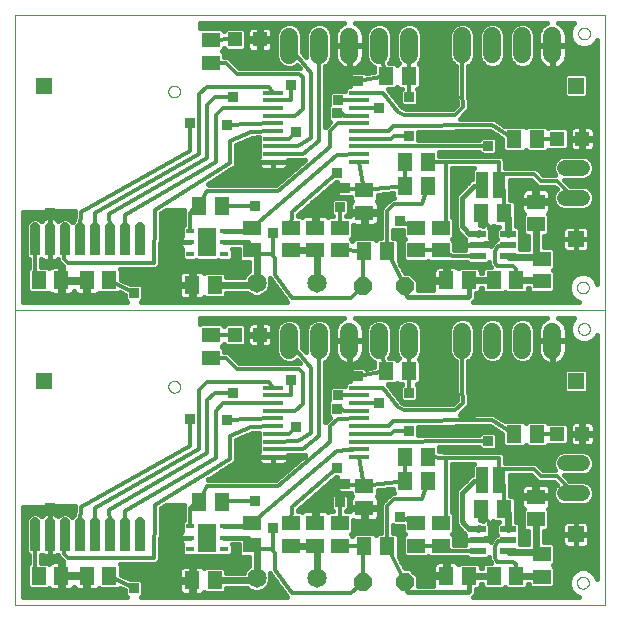
<source format=gtl>
G75*
%MOIN*%
%OFA0B0*%
%FSLAX25Y25*%
%IPPOS*%
%LPD*%
%AMOC8*
5,1,8,0,0,1.08239X$1,22.5*
%
%ADD10C,0.00000*%
%ADD11R,0.05118X0.05906*%
%ADD12R,0.05906X0.05118*%
%ADD13R,0.04200X0.08600*%
%ADD14C,0.06000*%
%ADD15C,0.05400*%
%ADD16R,0.04724X0.04724*%
%ADD17C,0.06496*%
%ADD18R,0.05200X0.02200*%
%ADD19R,0.06500X0.01700*%
%ADD20R,0.02800X0.01600*%
%ADD21R,0.05900X0.09400*%
%ADD22R,0.05315X0.05315*%
%ADD23C,0.03200*%
%ADD24R,0.03200X0.06600*%
%ADD25OC8,0.06000*%
%ADD26C,0.02400*%
%ADD27C,0.01200*%
%ADD28C,0.01600*%
%ADD29R,0.03169X0.03169*%
D10*
X0001000Y0001013D02*
X0197850Y0001013D01*
X0197850Y0099438D01*
X0001000Y0099438D01*
X0001000Y0197863D01*
X0197850Y0197863D01*
X0197850Y0099438D01*
X0188795Y0093139D02*
X0188797Y0093227D01*
X0188803Y0093315D01*
X0188813Y0093403D01*
X0188827Y0093491D01*
X0188844Y0093577D01*
X0188866Y0093663D01*
X0188891Y0093747D01*
X0188921Y0093831D01*
X0188953Y0093913D01*
X0188990Y0093993D01*
X0189030Y0094072D01*
X0189074Y0094149D01*
X0189121Y0094224D01*
X0189171Y0094296D01*
X0189225Y0094367D01*
X0189281Y0094434D01*
X0189341Y0094500D01*
X0189403Y0094562D01*
X0189469Y0094622D01*
X0189536Y0094678D01*
X0189607Y0094732D01*
X0189679Y0094782D01*
X0189754Y0094829D01*
X0189831Y0094873D01*
X0189910Y0094913D01*
X0189990Y0094950D01*
X0190072Y0094982D01*
X0190156Y0095012D01*
X0190240Y0095037D01*
X0190326Y0095059D01*
X0190412Y0095076D01*
X0190500Y0095090D01*
X0190588Y0095100D01*
X0190676Y0095106D01*
X0190764Y0095108D01*
X0190852Y0095106D01*
X0190940Y0095100D01*
X0191028Y0095090D01*
X0191116Y0095076D01*
X0191202Y0095059D01*
X0191288Y0095037D01*
X0191372Y0095012D01*
X0191456Y0094982D01*
X0191538Y0094950D01*
X0191618Y0094913D01*
X0191697Y0094873D01*
X0191774Y0094829D01*
X0191849Y0094782D01*
X0191921Y0094732D01*
X0191992Y0094678D01*
X0192059Y0094622D01*
X0192125Y0094562D01*
X0192187Y0094500D01*
X0192247Y0094434D01*
X0192303Y0094367D01*
X0192357Y0094296D01*
X0192407Y0094224D01*
X0192454Y0094149D01*
X0192498Y0094072D01*
X0192538Y0093993D01*
X0192575Y0093913D01*
X0192607Y0093831D01*
X0192637Y0093747D01*
X0192662Y0093663D01*
X0192684Y0093577D01*
X0192701Y0093491D01*
X0192715Y0093403D01*
X0192725Y0093315D01*
X0192731Y0093227D01*
X0192733Y0093139D01*
X0192731Y0093051D01*
X0192725Y0092963D01*
X0192715Y0092875D01*
X0192701Y0092787D01*
X0192684Y0092701D01*
X0192662Y0092615D01*
X0192637Y0092531D01*
X0192607Y0092447D01*
X0192575Y0092365D01*
X0192538Y0092285D01*
X0192498Y0092206D01*
X0192454Y0092129D01*
X0192407Y0092054D01*
X0192357Y0091982D01*
X0192303Y0091911D01*
X0192247Y0091844D01*
X0192187Y0091778D01*
X0192125Y0091716D01*
X0192059Y0091656D01*
X0191992Y0091600D01*
X0191921Y0091546D01*
X0191849Y0091496D01*
X0191774Y0091449D01*
X0191697Y0091405D01*
X0191618Y0091365D01*
X0191538Y0091328D01*
X0191456Y0091296D01*
X0191372Y0091266D01*
X0191288Y0091241D01*
X0191202Y0091219D01*
X0191116Y0091202D01*
X0191028Y0091188D01*
X0190940Y0091178D01*
X0190852Y0091172D01*
X0190764Y0091170D01*
X0190676Y0091172D01*
X0190588Y0091178D01*
X0190500Y0091188D01*
X0190412Y0091202D01*
X0190326Y0091219D01*
X0190240Y0091241D01*
X0190156Y0091266D01*
X0190072Y0091296D01*
X0189990Y0091328D01*
X0189910Y0091365D01*
X0189831Y0091405D01*
X0189754Y0091449D01*
X0189679Y0091496D01*
X0189607Y0091546D01*
X0189536Y0091600D01*
X0189469Y0091656D01*
X0189403Y0091716D01*
X0189341Y0091778D01*
X0189281Y0091844D01*
X0189225Y0091911D01*
X0189171Y0091982D01*
X0189121Y0092054D01*
X0189074Y0092129D01*
X0189030Y0092206D01*
X0188990Y0092285D01*
X0188953Y0092365D01*
X0188921Y0092447D01*
X0188891Y0092531D01*
X0188866Y0092615D01*
X0188844Y0092701D01*
X0188827Y0092787D01*
X0188813Y0092875D01*
X0188803Y0092963D01*
X0188797Y0093051D01*
X0188795Y0093139D01*
X0188401Y0106918D02*
X0188403Y0107006D01*
X0188409Y0107094D01*
X0188419Y0107182D01*
X0188433Y0107270D01*
X0188450Y0107356D01*
X0188472Y0107442D01*
X0188497Y0107526D01*
X0188527Y0107610D01*
X0188559Y0107692D01*
X0188596Y0107772D01*
X0188636Y0107851D01*
X0188680Y0107928D01*
X0188727Y0108003D01*
X0188777Y0108075D01*
X0188831Y0108146D01*
X0188887Y0108213D01*
X0188947Y0108279D01*
X0189009Y0108341D01*
X0189075Y0108401D01*
X0189142Y0108457D01*
X0189213Y0108511D01*
X0189285Y0108561D01*
X0189360Y0108608D01*
X0189437Y0108652D01*
X0189516Y0108692D01*
X0189596Y0108729D01*
X0189678Y0108761D01*
X0189762Y0108791D01*
X0189846Y0108816D01*
X0189932Y0108838D01*
X0190018Y0108855D01*
X0190106Y0108869D01*
X0190194Y0108879D01*
X0190282Y0108885D01*
X0190370Y0108887D01*
X0190458Y0108885D01*
X0190546Y0108879D01*
X0190634Y0108869D01*
X0190722Y0108855D01*
X0190808Y0108838D01*
X0190894Y0108816D01*
X0190978Y0108791D01*
X0191062Y0108761D01*
X0191144Y0108729D01*
X0191224Y0108692D01*
X0191303Y0108652D01*
X0191380Y0108608D01*
X0191455Y0108561D01*
X0191527Y0108511D01*
X0191598Y0108457D01*
X0191665Y0108401D01*
X0191731Y0108341D01*
X0191793Y0108279D01*
X0191853Y0108213D01*
X0191909Y0108146D01*
X0191963Y0108075D01*
X0192013Y0108003D01*
X0192060Y0107928D01*
X0192104Y0107851D01*
X0192144Y0107772D01*
X0192181Y0107692D01*
X0192213Y0107610D01*
X0192243Y0107526D01*
X0192268Y0107442D01*
X0192290Y0107356D01*
X0192307Y0107270D01*
X0192321Y0107182D01*
X0192331Y0107094D01*
X0192337Y0107006D01*
X0192339Y0106918D01*
X0192337Y0106830D01*
X0192331Y0106742D01*
X0192321Y0106654D01*
X0192307Y0106566D01*
X0192290Y0106480D01*
X0192268Y0106394D01*
X0192243Y0106310D01*
X0192213Y0106226D01*
X0192181Y0106144D01*
X0192144Y0106064D01*
X0192104Y0105985D01*
X0192060Y0105908D01*
X0192013Y0105833D01*
X0191963Y0105761D01*
X0191909Y0105690D01*
X0191853Y0105623D01*
X0191793Y0105557D01*
X0191731Y0105495D01*
X0191665Y0105435D01*
X0191598Y0105379D01*
X0191527Y0105325D01*
X0191455Y0105275D01*
X0191380Y0105228D01*
X0191303Y0105184D01*
X0191224Y0105144D01*
X0191144Y0105107D01*
X0191062Y0105075D01*
X0190978Y0105045D01*
X0190894Y0105020D01*
X0190808Y0104998D01*
X0190722Y0104981D01*
X0190634Y0104967D01*
X0190546Y0104957D01*
X0190458Y0104951D01*
X0190370Y0104949D01*
X0190282Y0104951D01*
X0190194Y0104957D01*
X0190106Y0104967D01*
X0190018Y0104981D01*
X0189932Y0104998D01*
X0189846Y0105020D01*
X0189762Y0105045D01*
X0189678Y0105075D01*
X0189596Y0105107D01*
X0189516Y0105144D01*
X0189437Y0105184D01*
X0189360Y0105228D01*
X0189285Y0105275D01*
X0189213Y0105325D01*
X0189142Y0105379D01*
X0189075Y0105435D01*
X0189009Y0105495D01*
X0188947Y0105557D01*
X0188887Y0105623D01*
X0188831Y0105690D01*
X0188777Y0105761D01*
X0188727Y0105833D01*
X0188680Y0105908D01*
X0188636Y0105985D01*
X0188596Y0106064D01*
X0188559Y0106144D01*
X0188527Y0106226D01*
X0188497Y0106310D01*
X0188472Y0106394D01*
X0188450Y0106480D01*
X0188433Y0106566D01*
X0188419Y0106654D01*
X0188409Y0106742D01*
X0188403Y0106830D01*
X0188401Y0106918D01*
X0188795Y0191564D02*
X0188797Y0191652D01*
X0188803Y0191740D01*
X0188813Y0191828D01*
X0188827Y0191916D01*
X0188844Y0192002D01*
X0188866Y0192088D01*
X0188891Y0192172D01*
X0188921Y0192256D01*
X0188953Y0192338D01*
X0188990Y0192418D01*
X0189030Y0192497D01*
X0189074Y0192574D01*
X0189121Y0192649D01*
X0189171Y0192721D01*
X0189225Y0192792D01*
X0189281Y0192859D01*
X0189341Y0192925D01*
X0189403Y0192987D01*
X0189469Y0193047D01*
X0189536Y0193103D01*
X0189607Y0193157D01*
X0189679Y0193207D01*
X0189754Y0193254D01*
X0189831Y0193298D01*
X0189910Y0193338D01*
X0189990Y0193375D01*
X0190072Y0193407D01*
X0190156Y0193437D01*
X0190240Y0193462D01*
X0190326Y0193484D01*
X0190412Y0193501D01*
X0190500Y0193515D01*
X0190588Y0193525D01*
X0190676Y0193531D01*
X0190764Y0193533D01*
X0190852Y0193531D01*
X0190940Y0193525D01*
X0191028Y0193515D01*
X0191116Y0193501D01*
X0191202Y0193484D01*
X0191288Y0193462D01*
X0191372Y0193437D01*
X0191456Y0193407D01*
X0191538Y0193375D01*
X0191618Y0193338D01*
X0191697Y0193298D01*
X0191774Y0193254D01*
X0191849Y0193207D01*
X0191921Y0193157D01*
X0191992Y0193103D01*
X0192059Y0193047D01*
X0192125Y0192987D01*
X0192187Y0192925D01*
X0192247Y0192859D01*
X0192303Y0192792D01*
X0192357Y0192721D01*
X0192407Y0192649D01*
X0192454Y0192574D01*
X0192498Y0192497D01*
X0192538Y0192418D01*
X0192575Y0192338D01*
X0192607Y0192256D01*
X0192637Y0192172D01*
X0192662Y0192088D01*
X0192684Y0192002D01*
X0192701Y0191916D01*
X0192715Y0191828D01*
X0192725Y0191740D01*
X0192731Y0191652D01*
X0192733Y0191564D01*
X0192731Y0191476D01*
X0192725Y0191388D01*
X0192715Y0191300D01*
X0192701Y0191212D01*
X0192684Y0191126D01*
X0192662Y0191040D01*
X0192637Y0190956D01*
X0192607Y0190872D01*
X0192575Y0190790D01*
X0192538Y0190710D01*
X0192498Y0190631D01*
X0192454Y0190554D01*
X0192407Y0190479D01*
X0192357Y0190407D01*
X0192303Y0190336D01*
X0192247Y0190269D01*
X0192187Y0190203D01*
X0192125Y0190141D01*
X0192059Y0190081D01*
X0191992Y0190025D01*
X0191921Y0189971D01*
X0191849Y0189921D01*
X0191774Y0189874D01*
X0191697Y0189830D01*
X0191618Y0189790D01*
X0191538Y0189753D01*
X0191456Y0189721D01*
X0191372Y0189691D01*
X0191288Y0189666D01*
X0191202Y0189644D01*
X0191116Y0189627D01*
X0191028Y0189613D01*
X0190940Y0189603D01*
X0190852Y0189597D01*
X0190764Y0189595D01*
X0190676Y0189597D01*
X0190588Y0189603D01*
X0190500Y0189613D01*
X0190412Y0189627D01*
X0190326Y0189644D01*
X0190240Y0189666D01*
X0190156Y0189691D01*
X0190072Y0189721D01*
X0189990Y0189753D01*
X0189910Y0189790D01*
X0189831Y0189830D01*
X0189754Y0189874D01*
X0189679Y0189921D01*
X0189607Y0189971D01*
X0189536Y0190025D01*
X0189469Y0190081D01*
X0189403Y0190141D01*
X0189341Y0190203D01*
X0189281Y0190269D01*
X0189225Y0190336D01*
X0189171Y0190407D01*
X0189121Y0190479D01*
X0189074Y0190554D01*
X0189030Y0190631D01*
X0188990Y0190710D01*
X0188953Y0190790D01*
X0188921Y0190872D01*
X0188891Y0190956D01*
X0188866Y0191040D01*
X0188844Y0191126D01*
X0188827Y0191212D01*
X0188813Y0191300D01*
X0188803Y0191388D01*
X0188797Y0191476D01*
X0188795Y0191564D01*
X0052181Y0172272D02*
X0052183Y0172360D01*
X0052189Y0172448D01*
X0052199Y0172536D01*
X0052213Y0172624D01*
X0052230Y0172710D01*
X0052252Y0172796D01*
X0052277Y0172880D01*
X0052307Y0172964D01*
X0052339Y0173046D01*
X0052376Y0173126D01*
X0052416Y0173205D01*
X0052460Y0173282D01*
X0052507Y0173357D01*
X0052557Y0173429D01*
X0052611Y0173500D01*
X0052667Y0173567D01*
X0052727Y0173633D01*
X0052789Y0173695D01*
X0052855Y0173755D01*
X0052922Y0173811D01*
X0052993Y0173865D01*
X0053065Y0173915D01*
X0053140Y0173962D01*
X0053217Y0174006D01*
X0053296Y0174046D01*
X0053376Y0174083D01*
X0053458Y0174115D01*
X0053542Y0174145D01*
X0053626Y0174170D01*
X0053712Y0174192D01*
X0053798Y0174209D01*
X0053886Y0174223D01*
X0053974Y0174233D01*
X0054062Y0174239D01*
X0054150Y0174241D01*
X0054238Y0174239D01*
X0054326Y0174233D01*
X0054414Y0174223D01*
X0054502Y0174209D01*
X0054588Y0174192D01*
X0054674Y0174170D01*
X0054758Y0174145D01*
X0054842Y0174115D01*
X0054924Y0174083D01*
X0055004Y0174046D01*
X0055083Y0174006D01*
X0055160Y0173962D01*
X0055235Y0173915D01*
X0055307Y0173865D01*
X0055378Y0173811D01*
X0055445Y0173755D01*
X0055511Y0173695D01*
X0055573Y0173633D01*
X0055633Y0173567D01*
X0055689Y0173500D01*
X0055743Y0173429D01*
X0055793Y0173357D01*
X0055840Y0173282D01*
X0055884Y0173205D01*
X0055924Y0173126D01*
X0055961Y0173046D01*
X0055993Y0172964D01*
X0056023Y0172880D01*
X0056048Y0172796D01*
X0056070Y0172710D01*
X0056087Y0172624D01*
X0056101Y0172536D01*
X0056111Y0172448D01*
X0056117Y0172360D01*
X0056119Y0172272D01*
X0056117Y0172184D01*
X0056111Y0172096D01*
X0056101Y0172008D01*
X0056087Y0171920D01*
X0056070Y0171834D01*
X0056048Y0171748D01*
X0056023Y0171664D01*
X0055993Y0171580D01*
X0055961Y0171498D01*
X0055924Y0171418D01*
X0055884Y0171339D01*
X0055840Y0171262D01*
X0055793Y0171187D01*
X0055743Y0171115D01*
X0055689Y0171044D01*
X0055633Y0170977D01*
X0055573Y0170911D01*
X0055511Y0170849D01*
X0055445Y0170789D01*
X0055378Y0170733D01*
X0055307Y0170679D01*
X0055235Y0170629D01*
X0055160Y0170582D01*
X0055083Y0170538D01*
X0055004Y0170498D01*
X0054924Y0170461D01*
X0054842Y0170429D01*
X0054758Y0170399D01*
X0054674Y0170374D01*
X0054588Y0170352D01*
X0054502Y0170335D01*
X0054414Y0170321D01*
X0054326Y0170311D01*
X0054238Y0170305D01*
X0054150Y0170303D01*
X0054062Y0170305D01*
X0053974Y0170311D01*
X0053886Y0170321D01*
X0053798Y0170335D01*
X0053712Y0170352D01*
X0053626Y0170374D01*
X0053542Y0170399D01*
X0053458Y0170429D01*
X0053376Y0170461D01*
X0053296Y0170498D01*
X0053217Y0170538D01*
X0053140Y0170582D01*
X0053065Y0170629D01*
X0052993Y0170679D01*
X0052922Y0170733D01*
X0052855Y0170789D01*
X0052789Y0170849D01*
X0052727Y0170911D01*
X0052667Y0170977D01*
X0052611Y0171044D01*
X0052557Y0171115D01*
X0052507Y0171187D01*
X0052460Y0171262D01*
X0052416Y0171339D01*
X0052376Y0171418D01*
X0052339Y0171498D01*
X0052307Y0171580D01*
X0052277Y0171664D01*
X0052252Y0171748D01*
X0052230Y0171834D01*
X0052213Y0171920D01*
X0052199Y0172008D01*
X0052189Y0172096D01*
X0052183Y0172184D01*
X0052181Y0172272D01*
X0001000Y0099438D02*
X0001000Y0001013D01*
X0052181Y0073847D02*
X0052183Y0073935D01*
X0052189Y0074023D01*
X0052199Y0074111D01*
X0052213Y0074199D01*
X0052230Y0074285D01*
X0052252Y0074371D01*
X0052277Y0074455D01*
X0052307Y0074539D01*
X0052339Y0074621D01*
X0052376Y0074701D01*
X0052416Y0074780D01*
X0052460Y0074857D01*
X0052507Y0074932D01*
X0052557Y0075004D01*
X0052611Y0075075D01*
X0052667Y0075142D01*
X0052727Y0075208D01*
X0052789Y0075270D01*
X0052855Y0075330D01*
X0052922Y0075386D01*
X0052993Y0075440D01*
X0053065Y0075490D01*
X0053140Y0075537D01*
X0053217Y0075581D01*
X0053296Y0075621D01*
X0053376Y0075658D01*
X0053458Y0075690D01*
X0053542Y0075720D01*
X0053626Y0075745D01*
X0053712Y0075767D01*
X0053798Y0075784D01*
X0053886Y0075798D01*
X0053974Y0075808D01*
X0054062Y0075814D01*
X0054150Y0075816D01*
X0054238Y0075814D01*
X0054326Y0075808D01*
X0054414Y0075798D01*
X0054502Y0075784D01*
X0054588Y0075767D01*
X0054674Y0075745D01*
X0054758Y0075720D01*
X0054842Y0075690D01*
X0054924Y0075658D01*
X0055004Y0075621D01*
X0055083Y0075581D01*
X0055160Y0075537D01*
X0055235Y0075490D01*
X0055307Y0075440D01*
X0055378Y0075386D01*
X0055445Y0075330D01*
X0055511Y0075270D01*
X0055573Y0075208D01*
X0055633Y0075142D01*
X0055689Y0075075D01*
X0055743Y0075004D01*
X0055793Y0074932D01*
X0055840Y0074857D01*
X0055884Y0074780D01*
X0055924Y0074701D01*
X0055961Y0074621D01*
X0055993Y0074539D01*
X0056023Y0074455D01*
X0056048Y0074371D01*
X0056070Y0074285D01*
X0056087Y0074199D01*
X0056101Y0074111D01*
X0056111Y0074023D01*
X0056117Y0073935D01*
X0056119Y0073847D01*
X0056117Y0073759D01*
X0056111Y0073671D01*
X0056101Y0073583D01*
X0056087Y0073495D01*
X0056070Y0073409D01*
X0056048Y0073323D01*
X0056023Y0073239D01*
X0055993Y0073155D01*
X0055961Y0073073D01*
X0055924Y0072993D01*
X0055884Y0072914D01*
X0055840Y0072837D01*
X0055793Y0072762D01*
X0055743Y0072690D01*
X0055689Y0072619D01*
X0055633Y0072552D01*
X0055573Y0072486D01*
X0055511Y0072424D01*
X0055445Y0072364D01*
X0055378Y0072308D01*
X0055307Y0072254D01*
X0055235Y0072204D01*
X0055160Y0072157D01*
X0055083Y0072113D01*
X0055004Y0072073D01*
X0054924Y0072036D01*
X0054842Y0072004D01*
X0054758Y0071974D01*
X0054674Y0071949D01*
X0054588Y0071927D01*
X0054502Y0071910D01*
X0054414Y0071896D01*
X0054326Y0071886D01*
X0054238Y0071880D01*
X0054150Y0071878D01*
X0054062Y0071880D01*
X0053974Y0071886D01*
X0053886Y0071896D01*
X0053798Y0071910D01*
X0053712Y0071927D01*
X0053626Y0071949D01*
X0053542Y0071974D01*
X0053458Y0072004D01*
X0053376Y0072036D01*
X0053296Y0072073D01*
X0053217Y0072113D01*
X0053140Y0072157D01*
X0053065Y0072204D01*
X0052993Y0072254D01*
X0052922Y0072308D01*
X0052855Y0072364D01*
X0052789Y0072424D01*
X0052727Y0072486D01*
X0052667Y0072552D01*
X0052611Y0072619D01*
X0052557Y0072690D01*
X0052507Y0072762D01*
X0052460Y0072837D01*
X0052416Y0072914D01*
X0052376Y0072993D01*
X0052339Y0073073D01*
X0052307Y0073155D01*
X0052277Y0073239D01*
X0052252Y0073323D01*
X0052230Y0073409D01*
X0052213Y0073495D01*
X0052199Y0073583D01*
X0052189Y0073671D01*
X0052183Y0073759D01*
X0052181Y0073847D01*
X0188401Y0008493D02*
X0188403Y0008581D01*
X0188409Y0008669D01*
X0188419Y0008757D01*
X0188433Y0008845D01*
X0188450Y0008931D01*
X0188472Y0009017D01*
X0188497Y0009101D01*
X0188527Y0009185D01*
X0188559Y0009267D01*
X0188596Y0009347D01*
X0188636Y0009426D01*
X0188680Y0009503D01*
X0188727Y0009578D01*
X0188777Y0009650D01*
X0188831Y0009721D01*
X0188887Y0009788D01*
X0188947Y0009854D01*
X0189009Y0009916D01*
X0189075Y0009976D01*
X0189142Y0010032D01*
X0189213Y0010086D01*
X0189285Y0010136D01*
X0189360Y0010183D01*
X0189437Y0010227D01*
X0189516Y0010267D01*
X0189596Y0010304D01*
X0189678Y0010336D01*
X0189762Y0010366D01*
X0189846Y0010391D01*
X0189932Y0010413D01*
X0190018Y0010430D01*
X0190106Y0010444D01*
X0190194Y0010454D01*
X0190282Y0010460D01*
X0190370Y0010462D01*
X0190458Y0010460D01*
X0190546Y0010454D01*
X0190634Y0010444D01*
X0190722Y0010430D01*
X0190808Y0010413D01*
X0190894Y0010391D01*
X0190978Y0010366D01*
X0191062Y0010336D01*
X0191144Y0010304D01*
X0191224Y0010267D01*
X0191303Y0010227D01*
X0191380Y0010183D01*
X0191455Y0010136D01*
X0191527Y0010086D01*
X0191598Y0010032D01*
X0191665Y0009976D01*
X0191731Y0009916D01*
X0191793Y0009854D01*
X0191853Y0009788D01*
X0191909Y0009721D01*
X0191963Y0009650D01*
X0192013Y0009578D01*
X0192060Y0009503D01*
X0192104Y0009426D01*
X0192144Y0009347D01*
X0192181Y0009267D01*
X0192213Y0009185D01*
X0192243Y0009101D01*
X0192268Y0009017D01*
X0192290Y0008931D01*
X0192307Y0008845D01*
X0192321Y0008757D01*
X0192331Y0008669D01*
X0192337Y0008581D01*
X0192339Y0008493D01*
X0192337Y0008405D01*
X0192331Y0008317D01*
X0192321Y0008229D01*
X0192307Y0008141D01*
X0192290Y0008055D01*
X0192268Y0007969D01*
X0192243Y0007885D01*
X0192213Y0007801D01*
X0192181Y0007719D01*
X0192144Y0007639D01*
X0192104Y0007560D01*
X0192060Y0007483D01*
X0192013Y0007408D01*
X0191963Y0007336D01*
X0191909Y0007265D01*
X0191853Y0007198D01*
X0191793Y0007132D01*
X0191731Y0007070D01*
X0191665Y0007010D01*
X0191598Y0006954D01*
X0191527Y0006900D01*
X0191455Y0006850D01*
X0191380Y0006803D01*
X0191303Y0006759D01*
X0191224Y0006719D01*
X0191144Y0006682D01*
X0191062Y0006650D01*
X0190978Y0006620D01*
X0190894Y0006595D01*
X0190808Y0006573D01*
X0190722Y0006556D01*
X0190634Y0006542D01*
X0190546Y0006532D01*
X0190458Y0006526D01*
X0190370Y0006524D01*
X0190282Y0006526D01*
X0190194Y0006532D01*
X0190106Y0006542D01*
X0190018Y0006556D01*
X0189932Y0006573D01*
X0189846Y0006595D01*
X0189762Y0006620D01*
X0189678Y0006650D01*
X0189596Y0006682D01*
X0189516Y0006719D01*
X0189437Y0006759D01*
X0189360Y0006803D01*
X0189285Y0006850D01*
X0189213Y0006900D01*
X0189142Y0006954D01*
X0189075Y0007010D01*
X0189009Y0007070D01*
X0188947Y0007132D01*
X0188887Y0007198D01*
X0188831Y0007265D01*
X0188777Y0007336D01*
X0188727Y0007408D01*
X0188680Y0007483D01*
X0188636Y0007560D01*
X0188596Y0007639D01*
X0188559Y0007719D01*
X0188527Y0007801D01*
X0188497Y0007885D01*
X0188472Y0007969D01*
X0188450Y0008055D01*
X0188433Y0008141D01*
X0188419Y0008229D01*
X0188409Y0008317D01*
X0188403Y0008405D01*
X0188401Y0008493D01*
D11*
X0168126Y0010855D03*
X0160646Y0010855D03*
X0152378Y0010855D03*
X0144898Y0010855D03*
X0125016Y0020698D03*
X0117535Y0020698D03*
X0131118Y0042351D03*
X0138598Y0042351D03*
X0138598Y0050422D03*
X0131118Y0050422D03*
X0156551Y0033178D03*
X0164031Y0033178D03*
X0167535Y0058099D03*
X0175016Y0058099D03*
X0132299Y0078965D03*
X0124819Y0078965D03*
X0144898Y0109280D03*
X0152378Y0109280D03*
X0160646Y0109280D03*
X0168126Y0109280D03*
X0164031Y0131603D03*
X0156551Y0131603D03*
X0138598Y0140776D03*
X0131118Y0140776D03*
X0131118Y0148847D03*
X0138598Y0148847D03*
X0132299Y0177391D03*
X0124819Y0177391D03*
X0167535Y0156524D03*
X0175016Y0156524D03*
X0125016Y0119123D03*
X0117535Y0119123D03*
X0069976Y0133965D03*
X0062496Y0133965D03*
X0060134Y0107745D03*
X0067614Y0107745D03*
X0032496Y0109280D03*
X0025016Y0109280D03*
X0016551Y0109280D03*
X0009071Y0109280D03*
X0062496Y0035540D03*
X0069976Y0035540D03*
X0067614Y0009320D03*
X0060134Y0009320D03*
X0032496Y0010855D03*
X0025016Y0010855D03*
X0016551Y0010855D03*
X0009071Y0010855D03*
D12*
X0080055Y0020934D03*
X0080055Y0028414D03*
X0093126Y0028375D03*
X0093126Y0020894D03*
X0101197Y0020894D03*
X0101197Y0028375D03*
X0109268Y0028375D03*
X0109268Y0020894D03*
X0117575Y0033414D03*
X0117575Y0040894D03*
X0134858Y0028375D03*
X0134858Y0020894D03*
X0142929Y0020894D03*
X0142929Y0028375D03*
X0174661Y0029674D03*
X0174661Y0037154D03*
X0176630Y0018060D03*
X0176630Y0010580D03*
X0176630Y0109005D03*
X0176630Y0116485D03*
X0174661Y0128099D03*
X0174661Y0135580D03*
X0142929Y0126800D03*
X0142929Y0119320D03*
X0134858Y0119320D03*
X0134858Y0126800D03*
X0117575Y0131839D03*
X0117575Y0139320D03*
X0109268Y0126800D03*
X0109268Y0119320D03*
X0101197Y0119320D03*
X0101197Y0126800D03*
X0093126Y0126800D03*
X0093126Y0119320D03*
X0080055Y0119359D03*
X0080055Y0126839D03*
X0066354Y0090973D03*
X0066354Y0083493D03*
X0066354Y0181918D03*
X0066354Y0189398D03*
D13*
X0156748Y0141091D03*
X0162448Y0141091D03*
X0162448Y0042666D03*
X0156748Y0042666D03*
D14*
X0160173Y0086202D02*
X0160173Y0092202D01*
X0150173Y0092202D02*
X0150173Y0086202D01*
X0132496Y0086162D02*
X0132496Y0092162D01*
X0122496Y0092162D02*
X0122496Y0086162D01*
X0112496Y0086162D02*
X0112496Y0092162D01*
X0102496Y0092162D02*
X0102496Y0086162D01*
X0092496Y0086162D02*
X0092496Y0092162D01*
X0170173Y0092202D02*
X0170173Y0086202D01*
X0180173Y0086202D02*
X0180173Y0092202D01*
X0180173Y0184627D02*
X0180173Y0190627D01*
X0170173Y0190627D02*
X0170173Y0184627D01*
X0160173Y0184627D02*
X0160173Y0190627D01*
X0150173Y0190627D02*
X0150173Y0184627D01*
X0132496Y0184587D02*
X0132496Y0190587D01*
X0122496Y0190587D02*
X0122496Y0184587D01*
X0112496Y0184587D02*
X0112496Y0190587D01*
X0102496Y0190587D02*
X0102496Y0184587D01*
X0092496Y0184587D02*
X0092496Y0190587D01*
D15*
X0184560Y0146800D02*
X0189960Y0146800D01*
X0189960Y0136800D02*
X0184560Y0136800D01*
X0184560Y0048375D02*
X0189960Y0048375D01*
X0189960Y0038375D02*
X0184560Y0038375D01*
D16*
X0181906Y0058099D03*
X0190173Y0058099D03*
X0190173Y0156524D03*
X0181906Y0156524D03*
X0082693Y0189595D03*
X0074425Y0189595D03*
X0074425Y0091170D03*
X0082693Y0091170D03*
D17*
X0081591Y0108532D03*
X0101591Y0108532D03*
X0101591Y0010107D03*
X0081591Y0010107D03*
D18*
X0155349Y0018966D03*
X0155349Y0022666D03*
X0155349Y0026366D03*
X0165549Y0026366D03*
X0165549Y0022666D03*
X0165549Y0018966D03*
X0165549Y0117391D03*
X0165549Y0121091D03*
X0165549Y0124791D03*
X0155349Y0124791D03*
X0155349Y0121091D03*
X0155349Y0117391D03*
D19*
X0115772Y0148883D03*
X0115772Y0151383D03*
X0115772Y0153983D03*
X0115772Y0156583D03*
X0115772Y0159083D03*
X0115772Y0161683D03*
X0115772Y0164183D03*
X0115772Y0166783D03*
X0115772Y0169383D03*
X0115772Y0171883D03*
X0087172Y0171883D03*
X0087172Y0169383D03*
X0087172Y0166783D03*
X0087172Y0164183D03*
X0087172Y0161683D03*
X0087172Y0159083D03*
X0087172Y0156583D03*
X0087172Y0153983D03*
X0087172Y0151383D03*
X0087172Y0148883D03*
X0087172Y0073457D03*
X0087172Y0070957D03*
X0087172Y0068357D03*
X0087172Y0065757D03*
X0087172Y0063257D03*
X0087172Y0060657D03*
X0087172Y0058157D03*
X0087172Y0055557D03*
X0087172Y0052957D03*
X0087172Y0050457D03*
X0115772Y0050457D03*
X0115772Y0052957D03*
X0115772Y0055557D03*
X0115772Y0058157D03*
X0115772Y0060657D03*
X0115772Y0063257D03*
X0115772Y0065757D03*
X0115772Y0068357D03*
X0115772Y0070957D03*
X0115772Y0073457D03*
D20*
X0070794Y0118057D03*
X0070794Y0121957D03*
X0070794Y0125857D03*
X0059394Y0125857D03*
X0059394Y0121957D03*
X0059394Y0118057D03*
X0059394Y0027432D03*
X0059394Y0023532D03*
X0059394Y0019632D03*
X0070794Y0019632D03*
X0070794Y0023532D03*
X0070794Y0027432D03*
D21*
X0065094Y0023532D03*
X0065094Y0121957D03*
D22*
X0010843Y0075816D03*
X0010843Y0174241D03*
X0188008Y0174241D03*
X0188008Y0123060D03*
X0188008Y0075816D03*
X0188008Y0024635D03*
D23*
X0042654Y0025411D02*
X0042654Y0028611D01*
X0037654Y0028611D02*
X0037654Y0025411D01*
X0032654Y0025411D02*
X0032654Y0028611D01*
X0027654Y0028611D02*
X0027654Y0025411D01*
X0022654Y0025411D02*
X0022654Y0028611D01*
X0017654Y0028611D02*
X0017654Y0025411D01*
X0012654Y0025411D02*
X0012654Y0028611D01*
X0007654Y0028611D02*
X0007654Y0025411D01*
X0007654Y0123836D02*
X0007654Y0127036D01*
X0012654Y0127036D02*
X0012654Y0123836D01*
X0017654Y0123836D02*
X0017654Y0127036D01*
X0022654Y0127036D02*
X0022654Y0123836D01*
X0027654Y0123836D02*
X0027654Y0127036D01*
X0032654Y0127036D02*
X0032654Y0123836D01*
X0037654Y0123836D02*
X0037654Y0127036D01*
X0042654Y0127036D02*
X0042654Y0123836D01*
D24*
X0042654Y0120993D03*
X0037654Y0120993D03*
X0032654Y0120993D03*
X0027654Y0120993D03*
X0022654Y0120993D03*
X0017654Y0120993D03*
X0012654Y0120993D03*
X0007654Y0120993D03*
X0007654Y0022568D03*
X0012654Y0022568D03*
X0017654Y0022568D03*
X0022654Y0022568D03*
X0027654Y0022568D03*
X0032654Y0022568D03*
X0037654Y0022568D03*
X0042654Y0022568D03*
D25*
X0117142Y0008887D03*
X0130921Y0008887D03*
X0130921Y0107312D03*
X0117142Y0107312D03*
D26*
X0101591Y0108532D02*
X0101591Y0119123D01*
X0101197Y0119320D02*
X0093126Y0119320D01*
X0081591Y0118109D02*
X0081591Y0108532D01*
X0080803Y0107745D02*
X0067614Y0107745D01*
X0152378Y0109280D02*
X0160646Y0109280D01*
X0168126Y0109280D02*
X0176630Y0109280D01*
X0176630Y0109005D01*
X0176630Y0116485D02*
X0174661Y0116485D01*
X0174661Y0117154D01*
X0165786Y0117154D01*
X0165549Y0117391D01*
X0165549Y0124791D02*
X0165549Y0130086D01*
X0164031Y0131603D01*
X0155724Y0125167D02*
X0155349Y0124791D01*
X0174661Y0128099D02*
X0174661Y0117154D01*
X0164031Y0033178D02*
X0165549Y0031661D01*
X0165549Y0026366D01*
X0165549Y0018966D02*
X0165786Y0018729D01*
X0174661Y0018729D01*
X0174661Y0029674D01*
X0174661Y0018729D02*
X0174661Y0018060D01*
X0176630Y0018060D01*
X0176630Y0010855D02*
X0168126Y0010855D01*
X0160646Y0010855D02*
X0152378Y0010855D01*
X0155349Y0026366D02*
X0155724Y0026742D01*
X0176630Y0010855D02*
X0176630Y0010580D01*
X0101591Y0010107D02*
X0101591Y0020698D01*
X0101197Y0020894D02*
X0093126Y0020894D01*
X0081591Y0019684D02*
X0081591Y0010107D01*
X0080803Y0009320D02*
X0067614Y0009320D01*
D27*
X0080803Y0009320D02*
X0081591Y0010107D01*
X0087614Y0012824D02*
X0093520Y0004950D01*
X0113205Y0004950D01*
X0117142Y0008887D01*
X0117142Y0020501D01*
X0117535Y0020698D01*
X0109268Y0020894D01*
X0101591Y0020698D02*
X0101197Y0020894D01*
X0109268Y0028375D02*
X0109268Y0035265D01*
X0111236Y0041564D02*
X0117575Y0040894D01*
X0115772Y0050457D01*
X0115772Y0052957D02*
X0108480Y0052587D01*
X0080055Y0028414D01*
X0079073Y0027432D01*
X0078805Y0023532D02*
X0080055Y0022282D01*
X0080055Y0020934D01*
X0080341Y0020934D01*
X0081591Y0019684D01*
X0086364Y0019684D01*
X0086974Y0019074D01*
X0086974Y0026751D01*
X0087024Y0026800D01*
X0093126Y0028375D02*
X0093520Y0033690D01*
X0108480Y0046682D01*
X0106118Y0055343D02*
X0106118Y0060728D01*
X0108608Y0063228D01*
X0115772Y0063257D01*
X0115772Y0065757D02*
X0110843Y0065776D01*
X0110055Y0066564D01*
X0108283Y0066564D01*
X0108874Y0071091D02*
X0115772Y0070957D01*
X0115772Y0073457D02*
X0123835Y0073454D01*
X0128793Y0066957D01*
X0130780Y0065973D01*
X0147843Y0065973D01*
X0150342Y0068539D01*
X0150213Y0073454D01*
X0150173Y0089202D01*
X0152181Y0103769D02*
X0152575Y0104162D01*
X0152575Y0109083D02*
X0152378Y0109280D01*
X0155349Y0117391D02*
X0146629Y0117391D01*
X0142929Y0119320D01*
X0134858Y0119320D01*
X0134858Y0126800D02*
X0129346Y0128965D01*
X0125016Y0132371D02*
X0127516Y0134871D01*
X0136827Y0134871D01*
X0138598Y0140776D01*
X0131118Y0140776D02*
X0131118Y0148847D01*
X0138598Y0148847D02*
X0144701Y0148650D01*
X0162417Y0148650D01*
X0162448Y0148620D01*
X0162448Y0144792D01*
X0173953Y0144792D01*
X0176315Y0142430D01*
X0181630Y0142430D01*
X0187260Y0136800D01*
X0181906Y0156524D02*
X0175016Y0156524D01*
X0167535Y0156524D02*
X0160055Y0161052D01*
X0126984Y0160855D01*
X0125802Y0159083D01*
X0115772Y0159083D01*
X0115772Y0156583D02*
X0126394Y0156524D01*
X0127378Y0157509D01*
X0132496Y0157509D01*
X0130780Y0164398D02*
X0128793Y0165382D01*
X0123835Y0171879D01*
X0115772Y0171883D01*
X0115772Y0169383D02*
X0108874Y0169517D01*
X0108283Y0164989D02*
X0110055Y0164989D01*
X0110843Y0164202D01*
X0115772Y0164183D01*
X0115772Y0166783D02*
X0122260Y0166761D01*
X0115772Y0161683D02*
X0108608Y0161653D01*
X0106118Y0159153D01*
X0106118Y0153769D01*
X0088795Y0139202D01*
X0065173Y0139202D01*
X0062496Y0133965D01*
X0061315Y0133965D01*
X0059268Y0131918D01*
X0059268Y0125984D01*
X0059394Y0125857D01*
X0047850Y0130146D02*
X0047850Y0132902D01*
X0072654Y0148257D01*
X0072654Y0155737D01*
X0079740Y0158887D01*
X0087172Y0159083D01*
X0087172Y0156583D02*
X0092339Y0156524D01*
X0094701Y0158887D01*
X0095488Y0154162D02*
X0099819Y0156918D01*
X0099819Y0178572D01*
X0092496Y0187587D01*
X0095813Y0178178D02*
X0097063Y0176928D01*
X0097063Y0166550D01*
X0094518Y0164051D01*
X0087172Y0164183D01*
X0087172Y0166783D02*
X0070426Y0166763D01*
X0067929Y0164263D01*
X0067929Y0148650D01*
X0037614Y0130934D01*
X0037654Y0127036D01*
X0037654Y0120993D01*
X0032654Y0120993D02*
X0032654Y0127036D01*
X0032496Y0131328D01*
X0065173Y0150225D01*
X0065173Y0167804D01*
X0067673Y0170304D01*
X0073835Y0170304D01*
X0075016Y0178178D02*
X0095813Y0178178D01*
X0092929Y0174438D02*
X0092929Y0169517D01*
X0087172Y0169383D01*
X0087172Y0171883D02*
X0085646Y0173847D01*
X0064917Y0173847D01*
X0062417Y0171347D01*
X0062417Y0151406D01*
X0027772Y0131721D01*
X0027654Y0127036D01*
X0027654Y0120993D01*
X0022654Y0120993D02*
X0022654Y0127036D01*
X0023047Y0132115D01*
X0059268Y0152587D01*
X0059268Y0161643D01*
X0071866Y0161249D02*
X0087172Y0161683D01*
X0087172Y0153983D02*
X0095488Y0154162D01*
X0097063Y0151406D02*
X0087172Y0151383D01*
X0097063Y0151406D02*
X0102575Y0155737D01*
X0102496Y0187587D01*
X0115567Y0175816D02*
X0124819Y0177391D01*
X0122496Y0187587D01*
X0132496Y0187587D02*
X0132299Y0177391D01*
X0132496Y0170304D01*
X0130780Y0164398D02*
X0147843Y0164398D01*
X0150342Y0166964D01*
X0150213Y0171879D01*
X0150173Y0187627D01*
X0158874Y0154162D02*
X0115772Y0153983D01*
X0115772Y0151383D02*
X0108480Y0151013D01*
X0080055Y0126839D01*
X0079073Y0125857D01*
X0078805Y0121957D02*
X0080055Y0120707D01*
X0080055Y0119359D01*
X0080341Y0119359D01*
X0081591Y0118109D01*
X0086364Y0118109D01*
X0086974Y0117499D01*
X0086974Y0125176D01*
X0087024Y0125225D01*
X0093126Y0126800D02*
X0093520Y0132115D01*
X0108480Y0145107D01*
X0111236Y0139989D02*
X0117575Y0139320D01*
X0115772Y0148883D01*
X0117575Y0139320D02*
X0131118Y0140776D01*
X0125016Y0132371D02*
X0125016Y0119123D01*
X0130921Y0107312D01*
X0117535Y0119123D02*
X0109268Y0119320D01*
X0101591Y0119123D02*
X0101197Y0119320D01*
X0109268Y0126800D02*
X0109268Y0133690D01*
X0117142Y0118926D02*
X0117142Y0107312D01*
X0113205Y0103375D01*
X0093520Y0103375D01*
X0087614Y0111249D01*
X0087614Y0116859D01*
X0086974Y0117499D01*
X0081591Y0108532D02*
X0080803Y0107745D01*
X0074425Y0091170D02*
X0066354Y0090973D01*
X0066354Y0083493D02*
X0071276Y0083493D01*
X0075016Y0079753D01*
X0095813Y0079753D01*
X0097063Y0078503D01*
X0097063Y0068125D01*
X0094518Y0065625D01*
X0087172Y0065757D01*
X0087172Y0063257D02*
X0071866Y0062824D01*
X0067929Y0065838D02*
X0070426Y0068338D01*
X0087172Y0068357D01*
X0087172Y0070957D02*
X0092929Y0071091D01*
X0092929Y0076013D01*
X0087172Y0073457D02*
X0085646Y0075422D01*
X0064917Y0075422D01*
X0062417Y0072922D01*
X0062417Y0052981D01*
X0027772Y0033296D01*
X0027654Y0028611D01*
X0027654Y0022568D01*
X0022654Y0022568D02*
X0022654Y0028611D01*
X0023047Y0033690D01*
X0059268Y0054162D01*
X0059268Y0063217D01*
X0065173Y0069379D02*
X0067673Y0071879D01*
X0073835Y0071879D01*
X0067929Y0065838D02*
X0067929Y0050225D01*
X0037614Y0032509D01*
X0037654Y0028611D01*
X0037654Y0022568D01*
X0032654Y0022568D02*
X0032654Y0028611D01*
X0032496Y0032902D01*
X0065173Y0051800D01*
X0065173Y0069379D01*
X0072654Y0057312D02*
X0079740Y0060461D01*
X0087172Y0060657D01*
X0087172Y0058157D02*
X0092339Y0058099D01*
X0094701Y0060461D01*
X0095488Y0055737D02*
X0099819Y0058493D01*
X0099819Y0080146D01*
X0092496Y0089162D01*
X0102496Y0089162D02*
X0102575Y0057312D01*
X0097063Y0052981D01*
X0087172Y0052957D01*
X0087172Y0055557D02*
X0095488Y0055737D01*
X0106118Y0055343D02*
X0088795Y0040776D01*
X0065173Y0040776D01*
X0062496Y0035540D01*
X0061315Y0035540D01*
X0059268Y0033493D01*
X0059268Y0027559D01*
X0059394Y0027432D01*
X0047850Y0031721D02*
X0047850Y0034477D01*
X0072654Y0049831D01*
X0072654Y0057312D01*
X0070094Y0035658D02*
X0081118Y0035658D01*
X0070094Y0035658D02*
X0069976Y0035540D01*
X0086974Y0019074D02*
X0087614Y0018434D01*
X0087614Y0012824D01*
X0117575Y0040894D02*
X0131118Y0042351D01*
X0131118Y0050422D01*
X0138598Y0050422D02*
X0144701Y0050225D01*
X0162417Y0050225D01*
X0162448Y0050194D01*
X0162448Y0046367D01*
X0173953Y0046367D01*
X0176315Y0044005D01*
X0181630Y0044005D01*
X0187260Y0038375D01*
X0181906Y0058099D02*
X0175016Y0058099D01*
X0167535Y0058099D02*
X0160055Y0062627D01*
X0126984Y0062430D01*
X0125802Y0060657D01*
X0115772Y0060657D01*
X0115772Y0058157D02*
X0126394Y0058099D01*
X0127378Y0059083D01*
X0132496Y0059083D01*
X0122260Y0068335D02*
X0115772Y0068357D01*
X0115567Y0077391D02*
X0124819Y0078965D01*
X0122496Y0089162D01*
X0132496Y0089162D02*
X0132299Y0078965D01*
X0132496Y0071879D01*
X0115772Y0055557D02*
X0158874Y0055737D01*
X0162448Y0046367D02*
X0162448Y0042666D01*
X0164031Y0041083D01*
X0164031Y0033178D01*
X0159661Y0028178D02*
X0156551Y0031288D01*
X0156551Y0033178D01*
X0159661Y0028178D02*
X0159661Y0023650D01*
X0155349Y0022666D01*
X0155349Y0018966D02*
X0146629Y0018966D01*
X0142929Y0020894D01*
X0134858Y0020894D01*
X0134858Y0028375D02*
X0129346Y0030540D01*
X0125016Y0033946D02*
X0127516Y0036446D01*
X0136827Y0036446D01*
X0138598Y0042351D01*
X0144701Y0050225D02*
X0144701Y0028572D01*
X0142929Y0028375D01*
X0125016Y0033946D02*
X0125016Y0020698D01*
X0130921Y0008887D01*
X0152378Y0010855D02*
X0152575Y0010658D01*
X0152575Y0005737D02*
X0152181Y0005343D01*
X0161630Y0015580D02*
X0167142Y0015580D01*
X0168126Y0014595D01*
X0168126Y0010855D01*
X0161630Y0015580D02*
X0161236Y0016761D01*
X0161236Y0020698D01*
X0162024Y0022272D01*
X0165155Y0022272D01*
X0165549Y0022666D01*
X0168126Y0109280D02*
X0168126Y0113020D01*
X0167142Y0114005D01*
X0161630Y0114005D01*
X0161236Y0115186D01*
X0161236Y0119123D01*
X0162024Y0120698D01*
X0165155Y0120698D01*
X0165549Y0121091D01*
X0159661Y0122076D02*
X0159661Y0126603D01*
X0156551Y0129713D01*
X0156551Y0131603D01*
X0164031Y0131603D02*
X0164031Y0139508D01*
X0162448Y0141091D01*
X0162448Y0144792D01*
X0144701Y0148650D02*
X0144701Y0126997D01*
X0142929Y0126800D01*
X0155349Y0121091D02*
X0159661Y0122076D01*
X0117535Y0119123D02*
X0117142Y0118926D01*
X0081118Y0134083D02*
X0070094Y0134083D01*
X0069976Y0133965D01*
X0047850Y0130146D02*
X0047457Y0115186D01*
X0018798Y0115186D01*
X0017548Y0116449D01*
X0017654Y0127036D01*
X0017654Y0120993D01*
X0007821Y0120993D02*
X0007654Y0121160D01*
X0007654Y0110698D01*
X0009071Y0109280D01*
X0007821Y0120993D02*
X0007654Y0120993D01*
X0007654Y0121160D02*
X0007654Y0127036D01*
X0032496Y0109280D02*
X0040764Y0105146D01*
X0047850Y0031721D02*
X0047457Y0016761D01*
X0018798Y0016761D01*
X0017548Y0018023D01*
X0017654Y0028611D01*
X0017654Y0022568D01*
X0007821Y0022568D02*
X0007654Y0022735D01*
X0007654Y0012272D01*
X0009071Y0010855D01*
X0007821Y0022568D02*
X0007654Y0022568D01*
X0007654Y0022735D02*
X0007654Y0028611D01*
X0032496Y0010855D02*
X0040764Y0006721D01*
X0075016Y0178178D02*
X0071276Y0181918D01*
X0066354Y0181918D01*
X0066354Y0189398D02*
X0074425Y0189595D01*
D28*
X0078187Y0189637D02*
X0082312Y0189637D01*
X0082312Y0189976D02*
X0082312Y0189214D01*
X0083074Y0189214D01*
X0083074Y0185433D01*
X0085292Y0185433D01*
X0085750Y0185556D01*
X0086160Y0185793D01*
X0086495Y0186128D01*
X0086732Y0186538D01*
X0086855Y0186996D01*
X0086855Y0189214D01*
X0083074Y0189214D01*
X0083074Y0189976D01*
X0086855Y0189976D01*
X0086855Y0192194D01*
X0086732Y0192652D01*
X0086495Y0193063D01*
X0086160Y0193398D01*
X0085750Y0193635D01*
X0085292Y0193757D01*
X0083074Y0193757D01*
X0083074Y0189976D01*
X0082312Y0189976D01*
X0078531Y0189976D01*
X0078531Y0192194D01*
X0078653Y0192652D01*
X0078890Y0193063D01*
X0079225Y0193398D01*
X0079636Y0193635D01*
X0080094Y0193757D01*
X0082312Y0193757D01*
X0082312Y0189976D01*
X0082312Y0189214D02*
X0078531Y0189214D01*
X0078531Y0186996D01*
X0078653Y0186538D01*
X0078890Y0186128D01*
X0079225Y0185793D01*
X0079636Y0185556D01*
X0080094Y0185433D01*
X0082312Y0185433D01*
X0082312Y0189214D01*
X0083074Y0189637D02*
X0088096Y0189637D01*
X0088096Y0191235D02*
X0086855Y0191235D01*
X0088096Y0191463D02*
X0088766Y0193080D01*
X0090004Y0194318D01*
X0091621Y0194987D01*
X0093371Y0194987D01*
X0094988Y0194318D01*
X0096226Y0193080D01*
X0096896Y0191463D01*
X0096896Y0185342D01*
X0098096Y0183865D01*
X0098096Y0191463D01*
X0098766Y0193080D01*
X0100004Y0194318D01*
X0101621Y0194987D01*
X0103371Y0194987D01*
X0104988Y0194318D01*
X0106226Y0193080D01*
X0106896Y0191463D01*
X0106896Y0183712D01*
X0106226Y0182095D01*
X0104988Y0180857D01*
X0104513Y0180660D01*
X0104563Y0160426D01*
X0104701Y0160564D01*
X0106136Y0162005D01*
X0106119Y0162005D01*
X0105299Y0162825D01*
X0105299Y0167153D01*
X0105890Y0167744D01*
X0105890Y0171681D01*
X0106710Y0172501D01*
X0111038Y0172501D01*
X0111122Y0172416D01*
X0111122Y0173313D01*
X0111943Y0174133D01*
X0112583Y0174133D01*
X0112583Y0177980D01*
X0113403Y0178800D01*
X0117731Y0178800D01*
X0118233Y0178298D01*
X0120860Y0178745D01*
X0120860Y0180503D01*
X0120004Y0180857D01*
X0118766Y0182095D01*
X0118096Y0183712D01*
X0118096Y0191463D01*
X0118766Y0193080D01*
X0120004Y0194318D01*
X0121621Y0194987D01*
X0123371Y0194987D01*
X0124988Y0194318D01*
X0126226Y0193080D01*
X0126896Y0191463D01*
X0126896Y0183712D01*
X0126226Y0182095D01*
X0125878Y0181747D01*
X0125879Y0181743D01*
X0127958Y0181743D01*
X0128559Y0181142D01*
X0129139Y0181722D01*
X0128766Y0182095D01*
X0128096Y0183712D01*
X0128096Y0191463D01*
X0128766Y0193080D01*
X0130004Y0194318D01*
X0131621Y0194987D01*
X0133371Y0194987D01*
X0134988Y0194318D01*
X0136226Y0193080D01*
X0136896Y0191463D01*
X0136896Y0183712D01*
X0136226Y0182095D01*
X0135656Y0181525D01*
X0136258Y0180923D01*
X0136258Y0173858D01*
X0135438Y0173038D01*
X0134911Y0173038D01*
X0135480Y0172468D01*
X0135480Y0168140D01*
X0134660Y0167320D01*
X0130332Y0167320D01*
X0129512Y0168140D01*
X0129512Y0172468D01*
X0130082Y0173038D01*
X0129160Y0173038D01*
X0128559Y0173639D01*
X0127958Y0173038D01*
X0125504Y0173038D01*
X0125835Y0172706D01*
X0125835Y0172554D01*
X0130099Y0166967D01*
X0131248Y0166398D01*
X0146999Y0166398D01*
X0148320Y0167755D01*
X0148234Y0171026D01*
X0148215Y0171045D01*
X0148213Y0171850D01*
X0148191Y0172654D01*
X0148211Y0172674D01*
X0148191Y0180685D01*
X0147681Y0180897D01*
X0146443Y0182134D01*
X0145773Y0183752D01*
X0145773Y0191502D01*
X0146443Y0193119D01*
X0147681Y0194357D01*
X0149298Y0195027D01*
X0151048Y0195027D01*
X0152666Y0194357D01*
X0153903Y0193119D01*
X0154573Y0191502D01*
X0154573Y0183752D01*
X0153903Y0182134D01*
X0152666Y0180897D01*
X0152191Y0180700D01*
X0152213Y0171907D01*
X0152320Y0167830D01*
X0152331Y0167819D01*
X0152342Y0167004D01*
X0152363Y0166189D01*
X0152352Y0166177D01*
X0152353Y0166162D01*
X0151784Y0165578D01*
X0151223Y0164987D01*
X0151207Y0164986D01*
X0149843Y0163585D01*
X0149843Y0163570D01*
X0149266Y0162993D01*
X0149261Y0162988D01*
X0159807Y0163051D01*
X0160382Y0163192D01*
X0160608Y0163055D01*
X0160872Y0163057D01*
X0161293Y0162641D01*
X0164325Y0160805D01*
X0164396Y0160877D01*
X0170674Y0160877D01*
X0171276Y0160276D01*
X0171877Y0160877D01*
X0178155Y0160877D01*
X0178854Y0160178D01*
X0178963Y0160287D01*
X0184848Y0160287D01*
X0185668Y0159467D01*
X0185668Y0153582D01*
X0184848Y0152762D01*
X0178963Y0152762D01*
X0178854Y0152871D01*
X0178854Y0152871D01*
X0178155Y0152172D01*
X0171877Y0152172D01*
X0171276Y0152773D01*
X0170674Y0152172D01*
X0164396Y0152172D01*
X0163576Y0152992D01*
X0163576Y0156583D01*
X0159502Y0159049D01*
X0135480Y0158906D01*
X0135480Y0156065D01*
X0155890Y0156150D01*
X0155890Y0156326D01*
X0156710Y0157146D01*
X0161038Y0157146D01*
X0161858Y0156326D01*
X0161858Y0151998D01*
X0161038Y0151178D01*
X0156710Y0151178D01*
X0155890Y0151998D01*
X0155890Y0152150D01*
X0142557Y0152094D01*
X0142557Y0150721D01*
X0144733Y0150650D01*
X0163246Y0150650D01*
X0163276Y0150620D01*
X0164448Y0149448D01*
X0164448Y0146792D01*
X0174781Y0146792D01*
X0175953Y0145621D01*
X0177143Y0144430D01*
X0181132Y0144430D01*
X0181084Y0144478D01*
X0180460Y0145984D01*
X0180460Y0147616D01*
X0181084Y0149122D01*
X0182237Y0150276D01*
X0183744Y0150900D01*
X0190775Y0150900D01*
X0192282Y0150276D01*
X0193436Y0149122D01*
X0194060Y0147616D01*
X0194060Y0145984D01*
X0193436Y0144478D01*
X0192282Y0143324D01*
X0190775Y0142700D01*
X0184188Y0142700D01*
X0185988Y0140900D01*
X0190775Y0140900D01*
X0192282Y0140276D01*
X0193436Y0139122D01*
X0194060Y0137616D01*
X0194060Y0135984D01*
X0193436Y0134478D01*
X0192282Y0133324D01*
X0190775Y0132700D01*
X0183744Y0132700D01*
X0182237Y0133324D01*
X0181084Y0134478D01*
X0180460Y0135984D01*
X0180460Y0137616D01*
X0181084Y0139122D01*
X0181597Y0139635D01*
X0180801Y0140430D01*
X0175487Y0140430D01*
X0173124Y0142792D01*
X0165948Y0142792D01*
X0165948Y0140420D01*
X0166031Y0140336D01*
X0166031Y0135956D01*
X0167170Y0135956D01*
X0167991Y0135136D01*
X0167991Y0130985D01*
X0168149Y0130603D01*
X0168149Y0127291D01*
X0168729Y0127291D01*
X0169549Y0126471D01*
X0169549Y0123111D01*
X0169379Y0122941D01*
X0169549Y0122771D01*
X0169549Y0119754D01*
X0172061Y0119754D01*
X0172061Y0124140D01*
X0171129Y0124140D01*
X0170309Y0124960D01*
X0170309Y0131238D01*
X0170633Y0131563D01*
X0170603Y0131580D01*
X0170268Y0131915D01*
X0170031Y0132326D01*
X0169909Y0132783D01*
X0169909Y0135100D01*
X0174182Y0135100D01*
X0174182Y0136059D01*
X0174182Y0139939D01*
X0171472Y0139939D01*
X0171014Y0139816D01*
X0170603Y0139579D01*
X0170268Y0139244D01*
X0170031Y0138833D01*
X0169909Y0138376D01*
X0169909Y0136059D01*
X0174182Y0136059D01*
X0175141Y0136059D01*
X0179414Y0136059D01*
X0179414Y0138376D01*
X0179291Y0138833D01*
X0179055Y0139244D01*
X0178719Y0139579D01*
X0178309Y0139816D01*
X0177851Y0139939D01*
X0175141Y0139939D01*
X0175141Y0136059D01*
X0175141Y0135100D01*
X0179414Y0135100D01*
X0179414Y0132783D01*
X0179291Y0132326D01*
X0179055Y0131915D01*
X0178719Y0131580D01*
X0178689Y0131563D01*
X0179014Y0131238D01*
X0179014Y0124960D01*
X0178194Y0124140D01*
X0177261Y0124140D01*
X0177261Y0120444D01*
X0180163Y0120444D01*
X0180983Y0119624D01*
X0180983Y0113346D01*
X0180381Y0112745D01*
X0180983Y0112144D01*
X0180983Y0105866D01*
X0180163Y0105046D01*
X0173097Y0105046D01*
X0172277Y0105866D01*
X0172277Y0106680D01*
X0172085Y0106680D01*
X0172085Y0105748D01*
X0171265Y0104928D01*
X0164987Y0104928D01*
X0164386Y0105529D01*
X0163785Y0104928D01*
X0157507Y0104928D01*
X0156687Y0105748D01*
X0156687Y0106680D01*
X0156337Y0106680D01*
X0156337Y0105748D01*
X0155517Y0104928D01*
X0154775Y0104928D01*
X0154775Y0103251D01*
X0154381Y0102857D01*
X0153762Y0102238D01*
X0189209Y0102238D01*
X0187669Y0102876D01*
X0186328Y0104217D01*
X0185602Y0105970D01*
X0185602Y0107867D01*
X0186328Y0109619D01*
X0187669Y0110961D01*
X0189422Y0111687D01*
X0191319Y0111687D01*
X0193071Y0110961D01*
X0194413Y0109619D01*
X0195050Y0108079D01*
X0195050Y0189452D01*
X0194806Y0188863D01*
X0193465Y0187521D01*
X0191712Y0186795D01*
X0189815Y0186795D01*
X0188063Y0187521D01*
X0186721Y0188863D01*
X0185995Y0190615D01*
X0185995Y0192512D01*
X0186721Y0194265D01*
X0187519Y0195063D01*
X0182040Y0195063D01*
X0182689Y0194732D01*
X0183300Y0194288D01*
X0183834Y0193754D01*
X0184279Y0193143D01*
X0184622Y0192469D01*
X0184855Y0191751D01*
X0184973Y0191005D01*
X0184973Y0187827D01*
X0180373Y0187827D01*
X0180373Y0187427D01*
X0184973Y0187427D01*
X0184973Y0184249D01*
X0184855Y0183503D01*
X0184622Y0182784D01*
X0184279Y0182111D01*
X0183834Y0181500D01*
X0183300Y0180966D01*
X0182689Y0180521D01*
X0182016Y0180178D01*
X0181297Y0179945D01*
X0180551Y0179827D01*
X0180373Y0179827D01*
X0180373Y0187427D01*
X0179973Y0187427D01*
X0175373Y0187427D01*
X0175373Y0184249D01*
X0175491Y0183503D01*
X0175725Y0182784D01*
X0176068Y0182111D01*
X0176512Y0181500D01*
X0177046Y0180966D01*
X0177657Y0180521D01*
X0178331Y0180178D01*
X0179049Y0179945D01*
X0179795Y0179827D01*
X0179973Y0179827D01*
X0179973Y0187427D01*
X0179973Y0187827D01*
X0175373Y0187827D01*
X0175373Y0191005D01*
X0175491Y0191751D01*
X0175725Y0192469D01*
X0176068Y0193143D01*
X0176512Y0193754D01*
X0177046Y0194288D01*
X0177657Y0194732D01*
X0178307Y0195063D01*
X0114255Y0195063D01*
X0114339Y0195036D01*
X0115012Y0194693D01*
X0115623Y0194249D01*
X0116157Y0193714D01*
X0116601Y0193103D01*
X0116944Y0192430D01*
X0117178Y0191711D01*
X0117296Y0190965D01*
X0117296Y0187787D01*
X0112696Y0187787D01*
X0112696Y0187387D01*
X0112696Y0179787D01*
X0112874Y0179787D01*
X0113620Y0179906D01*
X0114339Y0180139D01*
X0115012Y0180482D01*
X0115623Y0180926D01*
X0116157Y0181460D01*
X0116601Y0182072D01*
X0116944Y0182745D01*
X0117178Y0183463D01*
X0117296Y0184210D01*
X0117296Y0187387D01*
X0112696Y0187387D01*
X0112296Y0187387D01*
X0112296Y0179787D01*
X0112118Y0179787D01*
X0111372Y0179906D01*
X0110653Y0180139D01*
X0109980Y0180482D01*
X0109369Y0180926D01*
X0108835Y0181460D01*
X0108391Y0182072D01*
X0108048Y0182745D01*
X0107814Y0183463D01*
X0107696Y0184210D01*
X0107696Y0187387D01*
X0112296Y0187387D01*
X0112296Y0187787D01*
X0107696Y0187787D01*
X0107696Y0190965D01*
X0107814Y0191711D01*
X0108048Y0192430D01*
X0108391Y0193103D01*
X0108835Y0193714D01*
X0109369Y0194249D01*
X0109980Y0194693D01*
X0110653Y0195036D01*
X0110737Y0195063D01*
X0062792Y0195063D01*
X0062781Y0193317D01*
X0062822Y0193357D01*
X0069887Y0193357D01*
X0070685Y0192559D01*
X0071483Y0193357D01*
X0077367Y0193357D01*
X0078187Y0192537D01*
X0078187Y0186653D01*
X0077367Y0185833D01*
X0071483Y0185833D01*
X0070707Y0186609D01*
X0070707Y0186259D01*
X0070106Y0185658D01*
X0070707Y0185057D01*
X0070707Y0183918D01*
X0072104Y0183918D01*
X0075844Y0180178D01*
X0095938Y0180178D01*
X0095208Y0181077D01*
X0094988Y0180857D01*
X0093371Y0180187D01*
X0091621Y0180187D01*
X0090004Y0180857D01*
X0088766Y0182095D01*
X0088096Y0183712D01*
X0088096Y0191463D01*
X0088664Y0192834D02*
X0086628Y0192834D01*
X0083074Y0192834D02*
X0082312Y0192834D01*
X0082312Y0191235D02*
X0083074Y0191235D01*
X0083074Y0188038D02*
X0082312Y0188038D01*
X0082312Y0186440D02*
X0083074Y0186440D01*
X0086676Y0186440D02*
X0088096Y0186440D01*
X0088096Y0188038D02*
X0086855Y0188038D01*
X0088096Y0184841D02*
X0070707Y0184841D01*
X0070707Y0186440D02*
X0070876Y0186440D01*
X0072779Y0183243D02*
X0088290Y0183243D01*
X0089217Y0181644D02*
X0074378Y0181644D01*
X0077974Y0186440D02*
X0078710Y0186440D01*
X0078531Y0188038D02*
X0078187Y0188038D01*
X0078187Y0191235D02*
X0078531Y0191235D01*
X0078758Y0192834D02*
X0077891Y0192834D01*
X0070960Y0192834D02*
X0070410Y0192834D01*
X0062788Y0194432D02*
X0090281Y0194432D01*
X0094711Y0194432D02*
X0100281Y0194432D01*
X0098664Y0192834D02*
X0096328Y0192834D01*
X0096896Y0191235D02*
X0098096Y0191235D01*
X0098096Y0189637D02*
X0096896Y0189637D01*
X0096896Y0188038D02*
X0098096Y0188038D01*
X0098096Y0186440D02*
X0096896Y0186440D01*
X0097303Y0184841D02*
X0098096Y0184841D01*
X0104515Y0180046D02*
X0110940Y0180046D01*
X0112296Y0180046D02*
X0112696Y0180046D01*
X0114052Y0180046D02*
X0120860Y0180046D01*
X0119217Y0181644D02*
X0116291Y0181644D01*
X0117106Y0183243D02*
X0118290Y0183243D01*
X0118096Y0184841D02*
X0117296Y0184841D01*
X0117296Y0186440D02*
X0118096Y0186440D01*
X0118096Y0188038D02*
X0117296Y0188038D01*
X0117296Y0189637D02*
X0118096Y0189637D01*
X0118096Y0191235D02*
X0117253Y0191235D01*
X0116739Y0192834D02*
X0118664Y0192834D01*
X0120281Y0194432D02*
X0115370Y0194432D01*
X0109622Y0194432D02*
X0104711Y0194432D01*
X0106328Y0192834D02*
X0108254Y0192834D01*
X0107739Y0191235D02*
X0106896Y0191235D01*
X0106896Y0189637D02*
X0107696Y0189637D01*
X0107696Y0188038D02*
X0106896Y0188038D01*
X0106896Y0186440D02*
X0107696Y0186440D01*
X0107696Y0184841D02*
X0106896Y0184841D01*
X0106702Y0183243D02*
X0107886Y0183243D01*
X0108701Y0181644D02*
X0105776Y0181644D01*
X0104519Y0178447D02*
X0113050Y0178447D01*
X0112583Y0176849D02*
X0104523Y0176849D01*
X0104527Y0175250D02*
X0112583Y0175250D01*
X0111462Y0173652D02*
X0104531Y0173652D01*
X0104534Y0172053D02*
X0106262Y0172053D01*
X0105890Y0170455D02*
X0104538Y0170455D01*
X0104542Y0168856D02*
X0105890Y0168856D01*
X0105404Y0167258D02*
X0104546Y0167258D01*
X0104550Y0165659D02*
X0105299Y0165659D01*
X0105299Y0164061D02*
X0104554Y0164061D01*
X0104558Y0162462D02*
X0105662Y0162462D01*
X0104999Y0160864D02*
X0104562Y0160864D01*
X0097825Y0149408D02*
X0088066Y0141202D01*
X0065655Y0141202D01*
X0065346Y0141359D01*
X0065274Y0141336D01*
X0073223Y0146257D01*
X0073482Y0146257D01*
X0073904Y0146678D01*
X0074411Y0146992D01*
X0074470Y0147245D01*
X0074654Y0147428D01*
X0074654Y0148025D01*
X0074790Y0148605D01*
X0074654Y0148826D01*
X0074654Y0154437D01*
X0080190Y0156898D01*
X0082522Y0156959D01*
X0082522Y0150878D01*
X0082482Y0150838D01*
X0082245Y0150427D01*
X0082122Y0149970D01*
X0082122Y0148883D01*
X0087172Y0148883D01*
X0087172Y0148883D01*
X0082122Y0148883D01*
X0082122Y0147796D01*
X0082245Y0147338D01*
X0082482Y0146927D01*
X0082817Y0146592D01*
X0083228Y0146355D01*
X0083685Y0146233D01*
X0087172Y0146233D01*
X0087172Y0148883D01*
X0087172Y0148883D01*
X0087173Y0148883D02*
X0092222Y0148883D01*
X0092222Y0149395D01*
X0096946Y0149406D01*
X0097647Y0149322D01*
X0097757Y0149408D01*
X0097825Y0149408D01*
X0096241Y0148076D02*
X0092222Y0148076D01*
X0092222Y0147796D02*
X0092222Y0148883D01*
X0087173Y0148883D01*
X0087173Y0148883D01*
X0087172Y0148883D02*
X0087172Y0146233D01*
X0090659Y0146233D01*
X0091117Y0146355D01*
X0091528Y0146592D01*
X0091863Y0146927D01*
X0092100Y0147338D01*
X0092222Y0147796D01*
X0091328Y0146477D02*
X0094340Y0146477D01*
X0092439Y0144879D02*
X0070996Y0144879D01*
X0068414Y0143280D02*
X0090538Y0143280D01*
X0088637Y0141682D02*
X0065832Y0141682D01*
X0073702Y0146477D02*
X0083017Y0146477D01*
X0082122Y0148076D02*
X0074666Y0148076D01*
X0074654Y0149674D02*
X0082122Y0149674D01*
X0082522Y0151273D02*
X0074654Y0151273D01*
X0074654Y0152871D02*
X0082522Y0152871D01*
X0082522Y0154470D02*
X0074726Y0154470D01*
X0078323Y0156068D02*
X0082522Y0156068D01*
X0087172Y0148076D02*
X0087172Y0148076D01*
X0087172Y0146477D02*
X0087172Y0146477D01*
X0098382Y0133689D02*
X0106283Y0133689D01*
X0106283Y0132091D02*
X0096542Y0132091D01*
X0096659Y0130759D02*
X0095425Y0130759D01*
X0095453Y0131145D01*
X0108094Y0142123D01*
X0108252Y0142123D01*
X0108252Y0137825D01*
X0109072Y0137005D01*
X0113222Y0137005D01*
X0113222Y0136181D01*
X0113547Y0135856D01*
X0113517Y0135839D01*
X0113182Y0135504D01*
X0112945Y0135093D01*
X0112822Y0134635D01*
X0112822Y0132319D01*
X0117095Y0132319D01*
X0117095Y0131360D01*
X0112822Y0131360D01*
X0112822Y0130737D01*
X0112800Y0130759D01*
X0111485Y0130759D01*
X0112252Y0131526D01*
X0112252Y0135854D01*
X0111432Y0136674D01*
X0107104Y0136674D01*
X0106283Y0135854D01*
X0106283Y0131526D01*
X0107050Y0130759D01*
X0105735Y0130759D01*
X0105515Y0130539D01*
X0105255Y0130799D01*
X0104844Y0131036D01*
X0104387Y0131159D01*
X0101676Y0131159D01*
X0101676Y0127280D01*
X0100717Y0127280D01*
X0100717Y0131159D01*
X0098007Y0131159D01*
X0097549Y0131036D01*
X0097139Y0130799D01*
X0096879Y0130539D01*
X0096659Y0130759D01*
X0100717Y0130492D02*
X0101676Y0130492D01*
X0101676Y0128894D02*
X0100717Y0128894D01*
X0100717Y0127295D02*
X0101676Y0127295D01*
X0100223Y0135288D02*
X0106283Y0135288D01*
X0108252Y0138485D02*
X0103905Y0138485D01*
X0105745Y0140083D02*
X0108252Y0140083D01*
X0108252Y0141682D02*
X0107586Y0141682D01*
X0102064Y0136886D02*
X0113222Y0136886D01*
X0113057Y0135288D02*
X0112252Y0135288D01*
X0112252Y0133689D02*
X0112822Y0133689D01*
X0112252Y0132091D02*
X0117095Y0132091D01*
X0117095Y0131360D02*
X0118054Y0131360D01*
X0118054Y0127480D01*
X0120765Y0127480D01*
X0121222Y0127603D01*
X0121633Y0127840D01*
X0121968Y0128175D01*
X0122205Y0128586D01*
X0122328Y0129043D01*
X0122328Y0131360D01*
X0118054Y0131360D01*
X0118054Y0132319D01*
X0122328Y0132319D01*
X0122328Y0134635D01*
X0122205Y0135093D01*
X0121968Y0135504D01*
X0121633Y0135839D01*
X0121603Y0135856D01*
X0121928Y0136181D01*
X0121928Y0137776D01*
X0127159Y0138339D01*
X0127159Y0137244D01*
X0127532Y0136871D01*
X0126687Y0136871D01*
X0124187Y0134371D01*
X0123016Y0133199D01*
X0123016Y0123476D01*
X0121877Y0123476D01*
X0121276Y0122874D01*
X0120674Y0123476D01*
X0114396Y0123476D01*
X0113576Y0122655D01*
X0113576Y0122503D01*
X0113019Y0123060D01*
X0113620Y0123661D01*
X0113620Y0127780D01*
X0113927Y0127603D01*
X0114385Y0127480D01*
X0117095Y0127480D01*
X0117095Y0131360D01*
X0117095Y0130492D02*
X0118054Y0130492D01*
X0118054Y0128894D02*
X0117095Y0128894D01*
X0113620Y0127295D02*
X0123016Y0127295D01*
X0123016Y0128894D02*
X0122287Y0128894D01*
X0122328Y0130492D02*
X0123016Y0130492D01*
X0123016Y0132091D02*
X0118054Y0132091D01*
X0122328Y0133689D02*
X0123505Y0133689D01*
X0122093Y0135288D02*
X0125104Y0135288D01*
X0127517Y0136886D02*
X0121928Y0136886D01*
X0127016Y0126148D02*
X0127182Y0125981D01*
X0130506Y0125981D01*
X0130506Y0123661D01*
X0131107Y0123060D01*
X0130506Y0122459D01*
X0130506Y0116181D01*
X0131326Y0115361D01*
X0138391Y0115361D01*
X0138894Y0115863D01*
X0139396Y0115361D01*
X0146198Y0115361D01*
X0146439Y0115235D01*
X0146936Y0115391D01*
X0151669Y0115391D01*
X0152169Y0114891D01*
X0158529Y0114891D01*
X0159177Y0115540D01*
X0159077Y0115339D01*
X0159236Y0114861D01*
X0159236Y0114357D01*
X0159488Y0114105D01*
X0159630Y0113680D01*
X0159630Y0113633D01*
X0157507Y0113633D01*
X0156687Y0112813D01*
X0156687Y0111880D01*
X0156337Y0111880D01*
X0156337Y0112813D01*
X0155517Y0113633D01*
X0149239Y0113633D01*
X0148914Y0113308D01*
X0148897Y0113338D01*
X0148562Y0113673D01*
X0148151Y0113910D01*
X0147694Y0114033D01*
X0145377Y0114033D01*
X0145377Y0109760D01*
X0144418Y0109760D01*
X0144418Y0114033D01*
X0142102Y0114033D01*
X0141644Y0113910D01*
X0141233Y0113673D01*
X0140898Y0113338D01*
X0140661Y0112928D01*
X0140539Y0112470D01*
X0140539Y0109760D01*
X0144418Y0109760D01*
X0144418Y0108801D01*
X0140539Y0108801D01*
X0140539Y0106091D01*
X0140571Y0105968D01*
X0135321Y0105968D01*
X0135321Y0109134D01*
X0132744Y0111712D01*
X0130957Y0111712D01*
X0128975Y0115677D01*
X0128975Y0122655D01*
X0128155Y0123476D01*
X0127016Y0123476D01*
X0127016Y0126148D01*
X0127016Y0125696D02*
X0130506Y0125696D01*
X0130506Y0124098D02*
X0127016Y0124098D01*
X0128975Y0122499D02*
X0130546Y0122499D01*
X0130506Y0120901D02*
X0128975Y0120901D01*
X0128975Y0119302D02*
X0130506Y0119302D01*
X0130506Y0117704D02*
X0128975Y0117704D01*
X0128975Y0116105D02*
X0130581Y0116105D01*
X0129560Y0114507D02*
X0159236Y0114507D01*
X0156782Y0112908D02*
X0156242Y0112908D01*
X0152575Y0109083D02*
X0152575Y0104162D01*
X0152181Y0103769D02*
X0132171Y0103769D01*
X0130921Y0105019D01*
X0130921Y0107312D01*
X0134744Y0109711D02*
X0144418Y0109711D01*
X0144418Y0111310D02*
X0145377Y0111310D01*
X0145377Y0112908D02*
X0144418Y0112908D01*
X0140656Y0112908D02*
X0130359Y0112908D01*
X0133146Y0111310D02*
X0140539Y0111310D01*
X0140539Y0108113D02*
X0135321Y0108113D01*
X0135321Y0106514D02*
X0140539Y0106514D01*
X0134988Y0095892D02*
X0133371Y0096562D01*
X0131621Y0096562D01*
X0130004Y0095892D01*
X0128766Y0094655D01*
X0128096Y0093037D01*
X0128096Y0085287D01*
X0128766Y0083670D01*
X0129139Y0083297D01*
X0128559Y0082717D01*
X0127958Y0083318D01*
X0125879Y0083318D01*
X0125878Y0083321D01*
X0126226Y0083670D01*
X0126896Y0085287D01*
X0126896Y0093037D01*
X0126226Y0094655D01*
X0124988Y0095892D01*
X0123371Y0096562D01*
X0121621Y0096562D01*
X0120004Y0095892D01*
X0118766Y0094655D01*
X0118096Y0093037D01*
X0118096Y0085287D01*
X0118766Y0083670D01*
X0120004Y0082432D01*
X0120860Y0082077D01*
X0120860Y0080320D01*
X0118233Y0079873D01*
X0117731Y0080375D01*
X0113403Y0080375D01*
X0112583Y0079555D01*
X0112583Y0075707D01*
X0111943Y0075707D01*
X0111122Y0074887D01*
X0111122Y0073991D01*
X0111038Y0074076D01*
X0106710Y0074076D01*
X0105890Y0073255D01*
X0105890Y0069318D01*
X0105299Y0068728D01*
X0105299Y0064400D01*
X0106119Y0063580D01*
X0106136Y0063580D01*
X0104701Y0062139D01*
X0104563Y0062001D01*
X0104513Y0082235D01*
X0104988Y0082432D01*
X0106226Y0083670D01*
X0106896Y0085287D01*
X0106896Y0093037D01*
X0106226Y0094655D01*
X0104988Y0095892D01*
X0103371Y0096562D01*
X0101621Y0096562D01*
X0100004Y0095892D01*
X0098766Y0094655D01*
X0098096Y0093037D01*
X0098096Y0085440D01*
X0096896Y0086917D01*
X0096896Y0093037D01*
X0096226Y0094655D01*
X0094988Y0095892D01*
X0093371Y0096562D01*
X0091621Y0096562D01*
X0090004Y0095892D01*
X0088766Y0094655D01*
X0088096Y0093037D01*
X0088096Y0085287D01*
X0088766Y0083670D01*
X0090004Y0082432D01*
X0091621Y0081762D01*
X0093371Y0081762D01*
X0094988Y0082432D01*
X0095208Y0082651D01*
X0095938Y0081753D01*
X0075844Y0081753D01*
X0072104Y0085493D01*
X0070707Y0085493D01*
X0070707Y0086632D01*
X0070106Y0087233D01*
X0070707Y0087834D01*
X0070707Y0088184D01*
X0071483Y0087408D01*
X0077367Y0087408D01*
X0078187Y0088228D01*
X0078187Y0094112D01*
X0077367Y0094932D01*
X0071483Y0094932D01*
X0070685Y0094134D01*
X0069887Y0094932D01*
X0062822Y0094932D01*
X0062781Y0094892D01*
X0062792Y0096638D01*
X0110737Y0096638D01*
X0110653Y0096611D01*
X0109980Y0096268D01*
X0109369Y0095823D01*
X0108835Y0095289D01*
X0108391Y0094678D01*
X0108048Y0094005D01*
X0107814Y0093286D01*
X0107696Y0092540D01*
X0107696Y0089362D01*
X0112296Y0089362D01*
X0112296Y0088962D01*
X0112696Y0088962D01*
X0112696Y0081362D01*
X0112874Y0081362D01*
X0113620Y0081480D01*
X0114339Y0081714D01*
X0115012Y0082057D01*
X0115623Y0082501D01*
X0116157Y0083035D01*
X0116601Y0083646D01*
X0116944Y0084320D01*
X0117178Y0085038D01*
X0117296Y0085784D01*
X0117296Y0088962D01*
X0112696Y0088962D01*
X0112696Y0089362D01*
X0117296Y0089362D01*
X0117296Y0092540D01*
X0117178Y0093286D01*
X0116944Y0094005D01*
X0116601Y0094678D01*
X0116157Y0095289D01*
X0115623Y0095823D01*
X0115012Y0096268D01*
X0114339Y0096611D01*
X0114255Y0096638D01*
X0178307Y0096638D01*
X0177657Y0096307D01*
X0177046Y0095863D01*
X0176512Y0095329D01*
X0176068Y0094717D01*
X0175725Y0094044D01*
X0175491Y0093326D01*
X0175373Y0092579D01*
X0175373Y0089402D01*
X0179973Y0089402D01*
X0179973Y0089002D01*
X0175373Y0089002D01*
X0175373Y0085824D01*
X0175491Y0085078D01*
X0175725Y0084359D01*
X0176068Y0083686D01*
X0176512Y0083075D01*
X0177046Y0082540D01*
X0177657Y0082096D01*
X0178331Y0081753D01*
X0179049Y0081520D01*
X0179795Y0081402D01*
X0179973Y0081402D01*
X0179973Y0089001D01*
X0180373Y0089001D01*
X0180373Y0081402D01*
X0180551Y0081402D01*
X0181297Y0081520D01*
X0182016Y0081753D01*
X0182689Y0082096D01*
X0183300Y0082540D01*
X0183834Y0083075D01*
X0184279Y0083686D01*
X0184622Y0084359D01*
X0184855Y0085078D01*
X0184973Y0085824D01*
X0184973Y0089002D01*
X0180373Y0089002D01*
X0180373Y0089402D01*
X0184973Y0089402D01*
X0184973Y0092579D01*
X0184855Y0093326D01*
X0184622Y0094044D01*
X0184279Y0094717D01*
X0183834Y0095329D01*
X0183300Y0095863D01*
X0182689Y0096307D01*
X0182040Y0096638D01*
X0187519Y0096638D01*
X0186721Y0095840D01*
X0185995Y0094087D01*
X0185995Y0092190D01*
X0186721Y0090437D01*
X0188063Y0089096D01*
X0189815Y0088370D01*
X0191712Y0088370D01*
X0193465Y0089096D01*
X0194806Y0090437D01*
X0195050Y0091027D01*
X0195050Y0009654D01*
X0194413Y0011194D01*
X0193071Y0012535D01*
X0191319Y0013261D01*
X0189422Y0013261D01*
X0187669Y0012535D01*
X0186328Y0011194D01*
X0185602Y0009441D01*
X0185602Y0007544D01*
X0186328Y0005792D01*
X0187669Y0004450D01*
X0189209Y0003813D01*
X0153762Y0003813D01*
X0154381Y0004432D01*
X0154775Y0004826D01*
X0154775Y0006502D01*
X0155517Y0006502D01*
X0156337Y0007322D01*
X0156337Y0008255D01*
X0156687Y0008255D01*
X0156687Y0007322D01*
X0157507Y0006502D01*
X0163785Y0006502D01*
X0164386Y0007104D01*
X0164987Y0006502D01*
X0171265Y0006502D01*
X0172085Y0007322D01*
X0172085Y0008255D01*
X0172277Y0008255D01*
X0172277Y0007441D01*
X0173097Y0006620D01*
X0180163Y0006620D01*
X0180983Y0007441D01*
X0180983Y0013718D01*
X0180381Y0014320D01*
X0180983Y0014921D01*
X0180983Y0021199D01*
X0180163Y0022019D01*
X0177261Y0022019D01*
X0177261Y0025715D01*
X0178194Y0025715D01*
X0179014Y0026535D01*
X0179014Y0032813D01*
X0178689Y0033138D01*
X0178719Y0033155D01*
X0179055Y0033490D01*
X0179291Y0033900D01*
X0179414Y0034358D01*
X0179414Y0036675D01*
X0175141Y0036675D01*
X0175141Y0037634D01*
X0174182Y0037634D01*
X0174182Y0041513D01*
X0171472Y0041513D01*
X0171014Y0041391D01*
X0170603Y0041154D01*
X0170268Y0040819D01*
X0170031Y0040408D01*
X0169909Y0039950D01*
X0169909Y0037634D01*
X0174182Y0037634D01*
X0174182Y0036675D01*
X0169909Y0036675D01*
X0169909Y0034358D01*
X0170031Y0033900D01*
X0170268Y0033490D01*
X0170603Y0033155D01*
X0170633Y0033138D01*
X0170309Y0032813D01*
X0170309Y0026535D01*
X0171129Y0025715D01*
X0172061Y0025715D01*
X0172061Y0021329D01*
X0169549Y0021329D01*
X0169549Y0024346D01*
X0169379Y0024516D01*
X0169549Y0024686D01*
X0169549Y0028046D01*
X0168729Y0028866D01*
X0168149Y0028866D01*
X0168149Y0032178D01*
X0167991Y0032560D01*
X0167991Y0036711D01*
X0167170Y0037531D01*
X0166031Y0037531D01*
X0166031Y0041911D01*
X0165948Y0041995D01*
X0165948Y0044367D01*
X0173124Y0044367D01*
X0175487Y0042005D01*
X0180801Y0042005D01*
X0181597Y0041210D01*
X0181084Y0040697D01*
X0180460Y0039190D01*
X0180460Y0037559D01*
X0181084Y0036052D01*
X0182237Y0034899D01*
X0183744Y0034275D01*
X0190775Y0034275D01*
X0192282Y0034899D01*
X0193436Y0036052D01*
X0194060Y0037559D01*
X0194060Y0039190D01*
X0193436Y0040697D01*
X0192282Y0041851D01*
X0190775Y0042475D01*
X0185988Y0042475D01*
X0184188Y0044275D01*
X0190775Y0044275D01*
X0192282Y0044899D01*
X0193436Y0046052D01*
X0194060Y0047559D01*
X0194060Y0049190D01*
X0193436Y0050697D01*
X0192282Y0051851D01*
X0190775Y0052475D01*
X0183744Y0052475D01*
X0182237Y0051851D01*
X0181084Y0050697D01*
X0180460Y0049190D01*
X0180460Y0047559D01*
X0181084Y0046052D01*
X0181132Y0046005D01*
X0177143Y0046005D01*
X0175953Y0047195D01*
X0174781Y0048367D01*
X0164448Y0048367D01*
X0164448Y0051023D01*
X0163276Y0052194D01*
X0163246Y0052225D01*
X0144733Y0052225D01*
X0142557Y0052295D01*
X0142557Y0053669D01*
X0155890Y0053725D01*
X0155890Y0053573D01*
X0156710Y0052753D01*
X0161038Y0052753D01*
X0161858Y0053573D01*
X0161858Y0057901D01*
X0161038Y0058721D01*
X0156710Y0058721D01*
X0155890Y0057901D01*
X0155890Y0057725D01*
X0135480Y0057640D01*
X0135480Y0060480D01*
X0159502Y0060623D01*
X0163576Y0058158D01*
X0163576Y0054567D01*
X0164396Y0053746D01*
X0170674Y0053746D01*
X0171276Y0054348D01*
X0171877Y0053746D01*
X0178155Y0053746D01*
X0178854Y0054446D01*
X0178963Y0054337D01*
X0184848Y0054337D01*
X0185668Y0055157D01*
X0185668Y0061041D01*
X0184848Y0061861D01*
X0178963Y0061861D01*
X0178854Y0061752D01*
X0178155Y0062452D01*
X0171877Y0062452D01*
X0171276Y0061851D01*
X0170674Y0062452D01*
X0164396Y0062452D01*
X0164325Y0062380D01*
X0161293Y0064215D01*
X0160872Y0064632D01*
X0160608Y0064630D01*
X0160382Y0064767D01*
X0159807Y0064625D01*
X0149261Y0064563D01*
X0149266Y0064568D01*
X0149843Y0065145D01*
X0149843Y0065160D01*
X0151207Y0066561D01*
X0151223Y0066561D01*
X0151784Y0067153D01*
X0152353Y0067737D01*
X0152352Y0067752D01*
X0152363Y0067763D01*
X0152342Y0068579D01*
X0152331Y0069394D01*
X0152320Y0069404D01*
X0152213Y0073482D01*
X0152191Y0082275D01*
X0152666Y0082471D01*
X0153903Y0083709D01*
X0154573Y0085326D01*
X0154573Y0093077D01*
X0153903Y0094694D01*
X0152666Y0095932D01*
X0151048Y0096602D01*
X0149298Y0096602D01*
X0147681Y0095932D01*
X0146443Y0094694D01*
X0145773Y0093077D01*
X0145773Y0085326D01*
X0146443Y0083709D01*
X0147681Y0082471D01*
X0148191Y0082260D01*
X0148211Y0074249D01*
X0148191Y0074229D01*
X0148213Y0073425D01*
X0148215Y0072620D01*
X0148234Y0072601D01*
X0148320Y0069330D01*
X0146999Y0067973D01*
X0131248Y0067973D01*
X0130099Y0068542D01*
X0125835Y0074129D01*
X0125835Y0074281D01*
X0125504Y0074613D01*
X0127958Y0074613D01*
X0128559Y0075214D01*
X0129160Y0074613D01*
X0130082Y0074613D01*
X0129512Y0074043D01*
X0129512Y0069715D01*
X0130332Y0068894D01*
X0134660Y0068894D01*
X0135480Y0069715D01*
X0135480Y0074043D01*
X0134911Y0074613D01*
X0135438Y0074613D01*
X0136258Y0075433D01*
X0136258Y0082498D01*
X0135656Y0083100D01*
X0136226Y0083670D01*
X0136896Y0085287D01*
X0136896Y0093037D01*
X0136226Y0094655D01*
X0134988Y0095892D01*
X0135556Y0095325D02*
X0147074Y0095325D01*
X0146042Y0093726D02*
X0136611Y0093726D01*
X0136896Y0092128D02*
X0145773Y0092128D01*
X0145773Y0090529D02*
X0136896Y0090529D01*
X0136896Y0088931D02*
X0145773Y0088931D01*
X0145773Y0087332D02*
X0136896Y0087332D01*
X0136896Y0085734D02*
X0145773Y0085734D01*
X0146267Y0084135D02*
X0136419Y0084135D01*
X0136220Y0082537D02*
X0147616Y0082537D01*
X0148194Y0080938D02*
X0136258Y0080938D01*
X0136258Y0079340D02*
X0148198Y0079340D01*
X0148202Y0077741D02*
X0136258Y0077741D01*
X0136258Y0076143D02*
X0148206Y0076143D01*
X0148210Y0074544D02*
X0134979Y0074544D01*
X0135480Y0072946D02*
X0148214Y0072946D01*
X0148267Y0071347D02*
X0135480Y0071347D01*
X0135480Y0069749D02*
X0148309Y0069749D01*
X0147171Y0068150D02*
X0130891Y0068150D01*
X0129512Y0069749D02*
X0129178Y0069749D01*
X0129512Y0071347D02*
X0127958Y0071347D01*
X0126738Y0072946D02*
X0129512Y0072946D01*
X0130013Y0074544D02*
X0125572Y0074544D01*
X0120860Y0080938D02*
X0104516Y0080938D01*
X0104520Y0079340D02*
X0112583Y0079340D01*
X0112583Y0077741D02*
X0104524Y0077741D01*
X0104528Y0076143D02*
X0112583Y0076143D01*
X0111122Y0074544D02*
X0104532Y0074544D01*
X0104536Y0072946D02*
X0105890Y0072946D01*
X0105890Y0071347D02*
X0104540Y0071347D01*
X0104544Y0069749D02*
X0105890Y0069749D01*
X0105299Y0068150D02*
X0104548Y0068150D01*
X0104552Y0066552D02*
X0105299Y0066552D01*
X0105299Y0064953D02*
X0104556Y0064953D01*
X0104560Y0063355D02*
X0105912Y0063355D01*
X0097825Y0050983D02*
X0088066Y0042776D01*
X0065655Y0042776D01*
X0065346Y0042934D01*
X0065274Y0042911D01*
X0073223Y0047831D01*
X0073482Y0047831D01*
X0073904Y0048253D01*
X0074411Y0048567D01*
X0074470Y0048820D01*
X0074654Y0049003D01*
X0074654Y0049599D01*
X0074790Y0050180D01*
X0074654Y0050400D01*
X0074654Y0056012D01*
X0080190Y0058473D01*
X0082522Y0058534D01*
X0082522Y0052453D01*
X0082482Y0052413D01*
X0082245Y0052002D01*
X0082122Y0051544D01*
X0082122Y0050458D01*
X0087172Y0050458D01*
X0087172Y0050457D01*
X0087172Y0050457D01*
X0087172Y0047807D01*
X0083685Y0047807D01*
X0083228Y0047930D01*
X0082817Y0048167D01*
X0082482Y0048502D01*
X0082245Y0048913D01*
X0082122Y0049370D01*
X0082122Y0050457D01*
X0087172Y0050457D01*
X0087172Y0047807D01*
X0090659Y0047807D01*
X0091117Y0047930D01*
X0091528Y0048167D01*
X0091863Y0048502D01*
X0092100Y0048913D01*
X0092222Y0049370D01*
X0092222Y0050457D01*
X0087173Y0050457D01*
X0087173Y0050458D01*
X0092222Y0050458D01*
X0092222Y0050970D01*
X0096946Y0050981D01*
X0097647Y0050897D01*
X0097757Y0050983D01*
X0097825Y0050983D01*
X0097330Y0050566D02*
X0092222Y0050566D01*
X0092115Y0048968D02*
X0095429Y0048968D01*
X0093528Y0047369D02*
X0072476Y0047369D01*
X0074618Y0048968D02*
X0082230Y0048968D01*
X0082122Y0050566D02*
X0074654Y0050566D01*
X0074654Y0052165D02*
X0082339Y0052165D01*
X0082522Y0053763D02*
X0074654Y0053763D01*
X0074654Y0055362D02*
X0082522Y0055362D01*
X0082522Y0056960D02*
X0076787Y0056960D01*
X0087172Y0048968D02*
X0087172Y0048968D01*
X0089726Y0044172D02*
X0067312Y0044172D01*
X0069894Y0045771D02*
X0091627Y0045771D01*
X0099437Y0036180D02*
X0106283Y0036180D01*
X0106283Y0037429D02*
X0106283Y0033100D01*
X0107050Y0032334D01*
X0105735Y0032334D01*
X0105515Y0032114D01*
X0105255Y0032374D01*
X0104844Y0032611D01*
X0104387Y0032734D01*
X0101676Y0032734D01*
X0101676Y0028854D01*
X0100717Y0028854D01*
X0100717Y0032734D01*
X0098007Y0032734D01*
X0097549Y0032611D01*
X0097139Y0032374D01*
X0096879Y0032114D01*
X0096659Y0032334D01*
X0095425Y0032334D01*
X0095453Y0032720D01*
X0108094Y0043698D01*
X0108252Y0043698D01*
X0108252Y0039400D01*
X0109072Y0038580D01*
X0113222Y0038580D01*
X0113222Y0037756D01*
X0113547Y0037431D01*
X0113517Y0037414D01*
X0113182Y0037078D01*
X0112945Y0036668D01*
X0112822Y0036210D01*
X0112822Y0033894D01*
X0117095Y0033894D01*
X0117095Y0032935D01*
X0112822Y0032935D01*
X0112822Y0032312D01*
X0112800Y0032334D01*
X0111485Y0032334D01*
X0112252Y0033100D01*
X0112252Y0037429D01*
X0111432Y0038249D01*
X0107104Y0038249D01*
X0106283Y0037429D01*
X0106633Y0037778D02*
X0101278Y0037778D01*
X0103119Y0039377D02*
X0108275Y0039377D01*
X0108252Y0040975D02*
X0104959Y0040975D01*
X0106800Y0042574D02*
X0108252Y0042574D01*
X0111902Y0037778D02*
X0113222Y0037778D01*
X0112822Y0036180D02*
X0112252Y0036180D01*
X0112252Y0034581D02*
X0112822Y0034581D01*
X0112134Y0032983D02*
X0117095Y0032983D01*
X0117095Y0032935D02*
X0118054Y0032935D01*
X0118054Y0033894D01*
X0122328Y0033894D01*
X0122328Y0036210D01*
X0122205Y0036668D01*
X0121968Y0037078D01*
X0121633Y0037414D01*
X0121603Y0037431D01*
X0121928Y0037756D01*
X0121928Y0039351D01*
X0127159Y0039914D01*
X0127159Y0038819D01*
X0127532Y0038446D01*
X0126687Y0038446D01*
X0124187Y0035946D01*
X0123016Y0034774D01*
X0123016Y0025050D01*
X0121877Y0025050D01*
X0121276Y0024449D01*
X0120674Y0025050D01*
X0114396Y0025050D01*
X0113576Y0024230D01*
X0113576Y0024078D01*
X0113019Y0024635D01*
X0113620Y0025236D01*
X0113620Y0029355D01*
X0113927Y0029178D01*
X0114385Y0029055D01*
X0117095Y0029055D01*
X0117095Y0032935D01*
X0118054Y0032935D02*
X0118054Y0029055D01*
X0120765Y0029055D01*
X0121222Y0029178D01*
X0121633Y0029415D01*
X0121968Y0029750D01*
X0122205Y0030160D01*
X0122328Y0030618D01*
X0122328Y0032935D01*
X0118054Y0032935D01*
X0118054Y0032983D02*
X0123016Y0032983D01*
X0123016Y0034581D02*
X0122328Y0034581D01*
X0122328Y0036180D02*
X0124422Y0036180D01*
X0126020Y0037778D02*
X0121928Y0037778D01*
X0122167Y0039377D02*
X0127159Y0039377D01*
X0123016Y0031384D02*
X0122328Y0031384D01*
X0121989Y0029786D02*
X0123016Y0029786D01*
X0123016Y0028187D02*
X0113620Y0028187D01*
X0113620Y0026589D02*
X0123016Y0026589D01*
X0121817Y0024990D02*
X0120734Y0024990D01*
X0118054Y0029786D02*
X0117095Y0029786D01*
X0117095Y0031384D02*
X0118054Y0031384D01*
X0114336Y0024990D02*
X0113375Y0024990D01*
X0106401Y0032983D02*
X0095756Y0032983D01*
X0097597Y0034581D02*
X0106283Y0034581D01*
X0101676Y0031384D02*
X0100717Y0031384D01*
X0100717Y0029786D02*
X0101676Y0029786D01*
X0085999Y0011611D02*
X0086099Y0011510D01*
X0091520Y0004283D01*
X0091520Y0004121D01*
X0091828Y0003813D01*
X0043003Y0003813D01*
X0043748Y0004557D01*
X0043748Y0008885D01*
X0042928Y0009705D01*
X0039267Y0009705D01*
X0036455Y0011112D01*
X0036455Y0014388D01*
X0036082Y0014761D01*
X0047430Y0014761D01*
X0048232Y0014740D01*
X0048254Y0014761D01*
X0048285Y0014761D01*
X0048852Y0015328D01*
X0049434Y0015880D01*
X0049435Y0015911D01*
X0049457Y0015932D01*
X0049457Y0016734D01*
X0049829Y0030871D01*
X0049850Y0030893D01*
X0049850Y0031695D01*
X0049871Y0032497D01*
X0049850Y0032519D01*
X0049850Y0033363D01*
X0051416Y0034332D01*
X0057357Y0034411D01*
X0057268Y0034321D01*
X0057268Y0029485D01*
X0056594Y0028812D01*
X0056594Y0026052D01*
X0056882Y0025765D01*
X0056554Y0025437D01*
X0056317Y0025027D01*
X0056194Y0024569D01*
X0056194Y0023532D01*
X0056194Y0022495D01*
X0056317Y0022037D01*
X0056554Y0021627D01*
X0056882Y0021299D01*
X0056594Y0021012D01*
X0056594Y0018252D01*
X0057415Y0017432D01*
X0061374Y0017432D01*
X0061469Y0017527D01*
X0061565Y0017432D01*
X0068624Y0017432D01*
X0068719Y0017527D01*
X0068815Y0017432D01*
X0072774Y0017432D01*
X0073594Y0018252D01*
X0073594Y0021012D01*
X0073274Y0021332D01*
X0075702Y0021332D01*
X0075702Y0017795D01*
X0076522Y0016975D01*
X0078991Y0016975D01*
X0078991Y0014061D01*
X0078958Y0014047D01*
X0077650Y0012740D01*
X0077310Y0011920D01*
X0071573Y0011920D01*
X0071573Y0012852D01*
X0070753Y0013672D01*
X0064475Y0013672D01*
X0064151Y0013348D01*
X0064133Y0013378D01*
X0063798Y0013713D01*
X0063388Y0013950D01*
X0062930Y0014072D01*
X0060613Y0014072D01*
X0060613Y0009799D01*
X0059654Y0009799D01*
X0059654Y0008840D01*
X0055775Y0008840D01*
X0055775Y0006130D01*
X0055897Y0005672D01*
X0056134Y0005262D01*
X0056470Y0004927D01*
X0056880Y0004690D01*
X0057338Y0004567D01*
X0059654Y0004567D01*
X0059654Y0008840D01*
X0060613Y0008840D01*
X0060613Y0004567D01*
X0062930Y0004567D01*
X0063388Y0004690D01*
X0063798Y0004927D01*
X0064133Y0005262D01*
X0064151Y0005292D01*
X0064475Y0004967D01*
X0070753Y0004967D01*
X0071573Y0005787D01*
X0071573Y0006720D01*
X0078405Y0006720D01*
X0078958Y0006167D01*
X0080666Y0005459D01*
X0082515Y0005459D01*
X0084223Y0006167D01*
X0085531Y0007474D01*
X0086239Y0009183D01*
X0086239Y0011032D01*
X0085999Y0011611D01*
X0086239Y0010604D02*
X0086779Y0010604D01*
X0086165Y0009005D02*
X0087978Y0009005D01*
X0089177Y0007407D02*
X0085463Y0007407D01*
X0083358Y0005808D02*
X0090376Y0005808D01*
X0091520Y0004210D02*
X0043401Y0004210D01*
X0043748Y0005808D02*
X0055861Y0005808D01*
X0055775Y0007407D02*
X0043748Y0007407D01*
X0043628Y0009005D02*
X0059654Y0009005D01*
X0059654Y0009799D02*
X0055775Y0009799D01*
X0055775Y0012509D01*
X0055897Y0012967D01*
X0056134Y0013378D01*
X0056470Y0013713D01*
X0056880Y0013950D01*
X0057338Y0014072D01*
X0059654Y0014072D01*
X0059654Y0009799D01*
X0059654Y0010604D02*
X0060613Y0010604D01*
X0060613Y0012202D02*
X0059654Y0012202D01*
X0059654Y0013801D02*
X0060613Y0013801D01*
X0063646Y0013801D02*
X0078711Y0013801D01*
X0078991Y0015399D02*
X0048928Y0015399D01*
X0049464Y0016998D02*
X0076500Y0016998D01*
X0075702Y0018596D02*
X0073594Y0018596D01*
X0073594Y0020195D02*
X0075702Y0020195D01*
X0078805Y0023532D02*
X0070794Y0023532D01*
X0070794Y0027432D02*
X0079073Y0027432D01*
X0077427Y0012202D02*
X0071573Y0012202D01*
X0071573Y0005808D02*
X0079823Y0005808D01*
X0060613Y0005808D02*
X0059654Y0005808D01*
X0059654Y0007407D02*
X0060613Y0007407D01*
X0055775Y0010604D02*
X0037471Y0010604D01*
X0036455Y0012202D02*
X0055775Y0012202D01*
X0056622Y0013801D02*
X0036455Y0013801D01*
X0036000Y0006867D02*
X0035635Y0006502D01*
X0029357Y0006502D01*
X0029032Y0006827D01*
X0029015Y0006797D01*
X0028680Y0006462D01*
X0028270Y0006225D01*
X0027812Y0006102D01*
X0025495Y0006102D01*
X0025495Y0010376D01*
X0024536Y0010376D01*
X0017031Y0010376D01*
X0017031Y0011335D01*
X0016072Y0011335D01*
X0016072Y0015608D01*
X0013755Y0015608D01*
X0013297Y0015485D01*
X0012887Y0015248D01*
X0012552Y0014913D01*
X0012534Y0014883D01*
X0012210Y0015208D01*
X0009654Y0015208D01*
X0009654Y0017868D01*
X0009833Y0017868D01*
X0009871Y0017905D01*
X0009948Y0017827D01*
X0010359Y0017590D01*
X0010817Y0017468D01*
X0012653Y0017468D01*
X0012653Y0022568D01*
X0012653Y0028611D01*
X0012654Y0028611D01*
X0012654Y0022568D01*
X0012653Y0022568D01*
X0012654Y0022568D01*
X0012654Y0017468D01*
X0014491Y0017468D01*
X0014948Y0017590D01*
X0015359Y0017827D01*
X0015436Y0017905D01*
X0015474Y0017868D01*
X0015546Y0017868D01*
X0015540Y0017215D01*
X0015544Y0017211D01*
X0015544Y0017205D01*
X0016123Y0016620D01*
X0016700Y0016032D01*
X0016705Y0016032D01*
X0016798Y0015938D01*
X0016798Y0015932D01*
X0017122Y0015608D01*
X0017031Y0015608D01*
X0017031Y0011335D01*
X0020910Y0011335D01*
X0024536Y0011335D01*
X0024536Y0010376D01*
X0024536Y0006102D01*
X0022220Y0006102D01*
X0021762Y0006225D01*
X0021351Y0006462D01*
X0021016Y0006797D01*
X0020783Y0007200D01*
X0020551Y0006797D01*
X0020215Y0006462D01*
X0019805Y0006225D01*
X0019347Y0006102D01*
X0017031Y0006102D01*
X0017031Y0010376D01*
X0016072Y0010376D01*
X0016072Y0006102D01*
X0013755Y0006102D01*
X0013297Y0006225D01*
X0012887Y0006462D01*
X0012552Y0006797D01*
X0012534Y0006827D01*
X0012210Y0006502D01*
X0005932Y0006502D01*
X0005112Y0007322D01*
X0005112Y0014388D01*
X0005654Y0014930D01*
X0005654Y0017868D01*
X0005474Y0017868D01*
X0004654Y0018688D01*
X0004654Y0029208D01*
X0005110Y0030310D01*
X0005954Y0031154D01*
X0007057Y0031611D01*
X0008250Y0031611D01*
X0009353Y0031154D01*
X0009899Y0030608D01*
X0010013Y0030778D01*
X0010486Y0031252D01*
X0011043Y0031624D01*
X0011662Y0031880D01*
X0012319Y0032011D01*
X0012653Y0032011D01*
X0012653Y0028611D01*
X0012654Y0028611D01*
X0012654Y0032011D01*
X0012988Y0032011D01*
X0013645Y0031880D01*
X0014264Y0031624D01*
X0014821Y0031252D01*
X0015294Y0030778D01*
X0015408Y0030608D01*
X0015954Y0031154D01*
X0017057Y0031611D01*
X0018250Y0031611D01*
X0019353Y0031154D01*
X0020154Y0030354D01*
X0020835Y0031036D01*
X0021006Y0033236D01*
X0020898Y0033427D01*
X0021039Y0033933D01*
X0003800Y0033706D01*
X0003800Y0003813D01*
X0038524Y0003813D01*
X0037780Y0004557D01*
X0037780Y0005977D01*
X0036000Y0006867D01*
X0037780Y0005808D02*
X0003800Y0005808D01*
X0003800Y0004210D02*
X0038127Y0004210D01*
X0025495Y0007407D02*
X0024536Y0007407D01*
X0024536Y0009005D02*
X0025495Y0009005D01*
X0024536Y0010604D02*
X0017031Y0010604D01*
X0017031Y0012202D02*
X0016072Y0012202D01*
X0016072Y0013801D02*
X0017031Y0013801D01*
X0017031Y0015399D02*
X0016072Y0015399D01*
X0015749Y0016998D02*
X0009654Y0016998D01*
X0009654Y0015399D02*
X0013148Y0015399D01*
X0012654Y0018596D02*
X0012653Y0018596D01*
X0012653Y0020195D02*
X0012654Y0020195D01*
X0012653Y0021793D02*
X0012654Y0021793D01*
X0012653Y0023392D02*
X0012654Y0023392D01*
X0012653Y0024990D02*
X0012654Y0024990D01*
X0012653Y0026589D02*
X0012654Y0026589D01*
X0012653Y0028187D02*
X0012654Y0028187D01*
X0012653Y0029786D02*
X0012654Y0029786D01*
X0012653Y0031384D02*
X0012654Y0031384D01*
X0014623Y0031384D02*
X0016509Y0031384D01*
X0018798Y0031384D02*
X0020863Y0031384D01*
X0020986Y0032983D02*
X0003800Y0032983D01*
X0003800Y0031384D02*
X0006509Y0031384D01*
X0004893Y0029786D02*
X0003800Y0029786D01*
X0003800Y0028187D02*
X0004654Y0028187D01*
X0004654Y0026589D02*
X0003800Y0026589D01*
X0003800Y0024990D02*
X0004654Y0024990D01*
X0004654Y0023392D02*
X0003800Y0023392D01*
X0003800Y0021793D02*
X0004654Y0021793D01*
X0004654Y0020195D02*
X0003800Y0020195D01*
X0003800Y0018596D02*
X0004745Y0018596D01*
X0005654Y0016998D02*
X0003800Y0016998D01*
X0003800Y0015399D02*
X0005654Y0015399D01*
X0005112Y0013801D02*
X0003800Y0013801D01*
X0003800Y0012202D02*
X0005112Y0012202D01*
X0005112Y0010604D02*
X0003800Y0010604D01*
X0003800Y0009005D02*
X0005112Y0009005D01*
X0005112Y0007407D02*
X0003800Y0007407D01*
X0016072Y0007407D02*
X0017031Y0007407D01*
X0017031Y0009005D02*
X0016072Y0009005D01*
X0010684Y0031384D02*
X0008798Y0031384D01*
X0049674Y0024990D02*
X0056307Y0024990D01*
X0056194Y0023532D02*
X0059394Y0023532D01*
X0056194Y0023532D01*
X0056194Y0023392D02*
X0049632Y0023392D01*
X0049590Y0021793D02*
X0056458Y0021793D01*
X0056594Y0020195D02*
X0049548Y0020195D01*
X0049506Y0018596D02*
X0056594Y0018596D01*
X0059394Y0023532D02*
X0059394Y0023532D01*
X0056594Y0026589D02*
X0049716Y0026589D01*
X0049758Y0028187D02*
X0056594Y0028187D01*
X0057268Y0029786D02*
X0049800Y0029786D01*
X0049850Y0031384D02*
X0057268Y0031384D01*
X0057268Y0032983D02*
X0049850Y0032983D01*
X0075060Y0082537D02*
X0089899Y0082537D01*
X0088573Y0084135D02*
X0073462Y0084135D01*
X0070707Y0085734D02*
X0088096Y0085734D01*
X0088096Y0087332D02*
X0086099Y0087332D01*
X0086160Y0087368D02*
X0086495Y0087703D01*
X0086732Y0088113D01*
X0086855Y0088571D01*
X0086855Y0090789D01*
X0083074Y0090789D01*
X0083074Y0091551D01*
X0086855Y0091551D01*
X0086855Y0093769D01*
X0086732Y0094227D01*
X0086495Y0094637D01*
X0086160Y0094973D01*
X0085750Y0095210D01*
X0085292Y0095332D01*
X0083074Y0095332D01*
X0083074Y0091551D01*
X0082312Y0091551D01*
X0082312Y0090789D01*
X0083074Y0090789D01*
X0083074Y0087008D01*
X0085292Y0087008D01*
X0085750Y0087131D01*
X0086160Y0087368D01*
X0086855Y0088931D02*
X0088096Y0088931D01*
X0088096Y0090529D02*
X0086855Y0090529D01*
X0086855Y0092128D02*
X0088096Y0092128D01*
X0088381Y0093726D02*
X0086855Y0093726D01*
X0085320Y0095325D02*
X0089436Y0095325D01*
X0083074Y0095325D02*
X0082312Y0095325D01*
X0082312Y0095332D02*
X0080094Y0095332D01*
X0079636Y0095210D01*
X0079225Y0094973D01*
X0078890Y0094637D01*
X0078653Y0094227D01*
X0078531Y0093769D01*
X0078531Y0091551D01*
X0082312Y0091551D01*
X0082312Y0095332D01*
X0082312Y0093726D02*
X0083074Y0093726D01*
X0083074Y0092128D02*
X0082312Y0092128D01*
X0082312Y0090789D02*
X0078531Y0090789D01*
X0078531Y0088571D01*
X0078653Y0088113D01*
X0078890Y0087703D01*
X0079225Y0087368D01*
X0079636Y0087131D01*
X0080094Y0087008D01*
X0082312Y0087008D01*
X0082312Y0090789D01*
X0082312Y0090529D02*
X0083074Y0090529D01*
X0083074Y0088931D02*
X0082312Y0088931D01*
X0082312Y0087332D02*
X0083074Y0087332D01*
X0079287Y0087332D02*
X0070205Y0087332D01*
X0078187Y0088931D02*
X0078531Y0088931D01*
X0078531Y0090529D02*
X0078187Y0090529D01*
X0078187Y0092128D02*
X0078531Y0092128D01*
X0078531Y0093726D02*
X0078187Y0093726D01*
X0080066Y0095325D02*
X0062784Y0095325D01*
X0062930Y0102992D02*
X0060613Y0102992D01*
X0060613Y0107265D01*
X0059654Y0107265D01*
X0059654Y0102992D01*
X0057338Y0102992D01*
X0056880Y0103115D01*
X0056470Y0103352D01*
X0056134Y0103687D01*
X0055897Y0104097D01*
X0055775Y0104555D01*
X0055775Y0107265D01*
X0059654Y0107265D01*
X0059654Y0108224D01*
X0055775Y0108224D01*
X0055775Y0110935D01*
X0055897Y0111392D01*
X0056134Y0111803D01*
X0056470Y0112138D01*
X0056880Y0112375D01*
X0057338Y0112498D01*
X0059654Y0112498D01*
X0059654Y0108224D01*
X0060613Y0108224D01*
X0060613Y0112498D01*
X0062930Y0112498D01*
X0063388Y0112375D01*
X0063798Y0112138D01*
X0064133Y0111803D01*
X0064151Y0111773D01*
X0064475Y0112098D01*
X0070753Y0112098D01*
X0071573Y0111278D01*
X0071573Y0110345D01*
X0077310Y0110345D01*
X0077650Y0111165D01*
X0078958Y0112473D01*
X0078991Y0112486D01*
X0078991Y0115400D01*
X0076522Y0115400D01*
X0075702Y0116220D01*
X0075702Y0119757D01*
X0073274Y0119757D01*
X0073594Y0119437D01*
X0073594Y0116678D01*
X0072774Y0115857D01*
X0068815Y0115857D01*
X0068719Y0115953D01*
X0068624Y0115857D01*
X0061565Y0115857D01*
X0061469Y0115953D01*
X0061374Y0115857D01*
X0057415Y0115857D01*
X0056594Y0116678D01*
X0056594Y0119437D01*
X0056882Y0119725D01*
X0056554Y0120052D01*
X0056317Y0120463D01*
X0056194Y0120920D01*
X0056194Y0121957D01*
X0059394Y0121957D01*
X0059394Y0121958D01*
X0056194Y0121958D01*
X0056194Y0122994D01*
X0056317Y0123452D01*
X0056554Y0123863D01*
X0056882Y0124190D01*
X0056594Y0124478D01*
X0056594Y0127237D01*
X0057268Y0127911D01*
X0057268Y0132747D01*
X0057357Y0132836D01*
X0051416Y0132758D01*
X0049850Y0131788D01*
X0049850Y0130944D01*
X0049871Y0130922D01*
X0049850Y0130120D01*
X0049850Y0129318D01*
X0049829Y0129296D01*
X0049457Y0115160D01*
X0049457Y0114357D01*
X0049435Y0114336D01*
X0049434Y0114305D01*
X0048852Y0113753D01*
X0048285Y0113186D01*
X0048254Y0113186D01*
X0048232Y0113165D01*
X0047430Y0113186D01*
X0036082Y0113186D01*
X0036455Y0112813D01*
X0036455Y0109537D01*
X0039267Y0108131D01*
X0042928Y0108131D01*
X0043748Y0107311D01*
X0043748Y0102982D01*
X0043003Y0102238D01*
X0091828Y0102238D01*
X0091520Y0102546D01*
X0091520Y0102708D01*
X0086099Y0109935D01*
X0085999Y0110036D01*
X0086239Y0109457D01*
X0086239Y0107608D01*
X0085531Y0105899D01*
X0084223Y0104592D01*
X0082515Y0103884D01*
X0080666Y0103884D01*
X0078958Y0104592D01*
X0078405Y0105145D01*
X0071573Y0105145D01*
X0071573Y0104212D01*
X0070753Y0103392D01*
X0064475Y0103392D01*
X0064151Y0103717D01*
X0064133Y0103687D01*
X0063798Y0103352D01*
X0063388Y0103115D01*
X0062930Y0102992D01*
X0063738Y0103317D02*
X0091063Y0103317D01*
X0089864Y0104916D02*
X0084547Y0104916D01*
X0085786Y0106514D02*
X0088665Y0106514D01*
X0087466Y0108113D02*
X0086239Y0108113D01*
X0086267Y0109711D02*
X0086133Y0109711D01*
X0078991Y0112908D02*
X0036360Y0112908D01*
X0036455Y0111310D02*
X0055875Y0111310D01*
X0055775Y0109711D02*
X0036455Y0109711D01*
X0036000Y0105292D02*
X0035635Y0104928D01*
X0029357Y0104928D01*
X0029032Y0105252D01*
X0029015Y0105222D01*
X0028680Y0104887D01*
X0028270Y0104650D01*
X0027812Y0104528D01*
X0025495Y0104528D01*
X0025495Y0108801D01*
X0024536Y0108801D01*
X0017031Y0108801D01*
X0017031Y0109760D01*
X0020910Y0109760D01*
X0024536Y0109760D01*
X0024536Y0108801D01*
X0024536Y0104528D01*
X0022220Y0104528D01*
X0021762Y0104650D01*
X0021351Y0104887D01*
X0021016Y0105222D01*
X0020783Y0105626D01*
X0020551Y0105222D01*
X0020215Y0104887D01*
X0019805Y0104650D01*
X0019347Y0104528D01*
X0017031Y0104528D01*
X0017031Y0108801D01*
X0016072Y0108801D01*
X0016072Y0104528D01*
X0013755Y0104528D01*
X0013297Y0104650D01*
X0012887Y0104887D01*
X0012552Y0105222D01*
X0012534Y0105252D01*
X0012210Y0104928D01*
X0005932Y0104928D01*
X0005112Y0105748D01*
X0005112Y0112813D01*
X0005654Y0113355D01*
X0005654Y0116293D01*
X0005474Y0116293D01*
X0004654Y0117113D01*
X0004654Y0127633D01*
X0005110Y0128736D01*
X0005954Y0129579D01*
X0007057Y0130036D01*
X0008250Y0130036D01*
X0009353Y0129579D01*
X0009899Y0129033D01*
X0010013Y0129204D01*
X0010486Y0129677D01*
X0011043Y0130049D01*
X0011662Y0130306D01*
X0012319Y0130436D01*
X0012653Y0130436D01*
X0012653Y0127036D01*
X0012653Y0120993D01*
X0012654Y0120993D01*
X0012654Y0127036D01*
X0012653Y0127036D01*
X0012654Y0127036D01*
X0012654Y0130436D01*
X0012988Y0130436D01*
X0013645Y0130306D01*
X0014264Y0130049D01*
X0014821Y0129677D01*
X0015294Y0129204D01*
X0015408Y0129033D01*
X0015954Y0129579D01*
X0017057Y0130036D01*
X0018250Y0130036D01*
X0019353Y0129579D01*
X0020154Y0128779D01*
X0020835Y0129461D01*
X0021006Y0131662D01*
X0020898Y0131852D01*
X0021039Y0132358D01*
X0003800Y0132131D01*
X0003800Y0102238D01*
X0038524Y0102238D01*
X0037780Y0102982D01*
X0037780Y0104403D01*
X0036000Y0105292D01*
X0036753Y0104916D02*
X0028709Y0104916D01*
X0025495Y0104916D02*
X0024536Y0104916D01*
X0024536Y0106514D02*
X0025495Y0106514D01*
X0025495Y0108113D02*
X0024536Y0108113D01*
X0024536Y0109711D02*
X0017031Y0109711D01*
X0017031Y0109760D02*
X0016072Y0109760D01*
X0016072Y0114033D01*
X0013755Y0114033D01*
X0013297Y0113910D01*
X0012887Y0113673D01*
X0012552Y0113338D01*
X0012534Y0113308D01*
X0012210Y0113633D01*
X0009654Y0113633D01*
X0009654Y0116293D01*
X0009833Y0116293D01*
X0009871Y0116330D01*
X0009948Y0116253D01*
X0010359Y0116016D01*
X0010817Y0115893D01*
X0012653Y0115893D01*
X0012653Y0120993D01*
X0012654Y0120993D01*
X0012654Y0115893D01*
X0014491Y0115893D01*
X0014948Y0116016D01*
X0015359Y0116253D01*
X0015436Y0116330D01*
X0015474Y0116293D01*
X0015546Y0116293D01*
X0015540Y0115640D01*
X0015544Y0115636D01*
X0015544Y0115630D01*
X0016123Y0115045D01*
X0016700Y0114457D01*
X0016705Y0114457D01*
X0016798Y0114363D01*
X0016798Y0114357D01*
X0017122Y0114033D01*
X0017031Y0114033D01*
X0017031Y0109760D01*
X0017031Y0111310D02*
X0016072Y0111310D01*
X0016072Y0112908D02*
X0017031Y0112908D01*
X0016651Y0114507D02*
X0009654Y0114507D01*
X0009654Y0116105D02*
X0010203Y0116105D01*
X0012653Y0116105D02*
X0012654Y0116105D01*
X0012653Y0117704D02*
X0012654Y0117704D01*
X0012653Y0119302D02*
X0012654Y0119302D01*
X0012653Y0120901D02*
X0012654Y0120901D01*
X0012653Y0122499D02*
X0012654Y0122499D01*
X0012653Y0124098D02*
X0012654Y0124098D01*
X0012653Y0125696D02*
X0012654Y0125696D01*
X0012653Y0127295D02*
X0012654Y0127295D01*
X0012653Y0128894D02*
X0012654Y0128894D01*
X0020039Y0128894D02*
X0020268Y0128894D01*
X0020915Y0130492D02*
X0003800Y0130492D01*
X0003800Y0128894D02*
X0005268Y0128894D01*
X0004654Y0127295D02*
X0003800Y0127295D01*
X0003800Y0125696D02*
X0004654Y0125696D01*
X0004654Y0124098D02*
X0003800Y0124098D01*
X0003800Y0122499D02*
X0004654Y0122499D01*
X0004654Y0120901D02*
X0003800Y0120901D01*
X0003800Y0119302D02*
X0004654Y0119302D01*
X0004654Y0117704D02*
X0003800Y0117704D01*
X0003800Y0116105D02*
X0005654Y0116105D01*
X0005654Y0114507D02*
X0003800Y0114507D01*
X0003800Y0112908D02*
X0005207Y0112908D01*
X0005112Y0111310D02*
X0003800Y0111310D01*
X0003800Y0109711D02*
X0005112Y0109711D01*
X0005112Y0108113D02*
X0003800Y0108113D01*
X0003800Y0106514D02*
X0005112Y0106514D01*
X0003800Y0104916D02*
X0012858Y0104916D01*
X0016072Y0104916D02*
X0017031Y0104916D01*
X0017031Y0106514D02*
X0016072Y0106514D01*
X0016072Y0108113D02*
X0017031Y0108113D01*
X0020244Y0104916D02*
X0021323Y0104916D01*
X0015545Y0116105D02*
X0015104Y0116105D01*
X0003800Y0103317D02*
X0037780Y0103317D01*
X0043748Y0103317D02*
X0056529Y0103317D01*
X0055775Y0104916D02*
X0043748Y0104916D01*
X0043748Y0106514D02*
X0055775Y0106514D01*
X0059654Y0106514D02*
X0060613Y0106514D01*
X0060613Y0104916D02*
X0059654Y0104916D01*
X0059654Y0103317D02*
X0060613Y0103317D01*
X0059654Y0108113D02*
X0042946Y0108113D01*
X0049457Y0114507D02*
X0078991Y0114507D01*
X0075817Y0116105D02*
X0073022Y0116105D01*
X0073594Y0117704D02*
X0075702Y0117704D01*
X0075702Y0119302D02*
X0073594Y0119302D01*
X0070794Y0121957D02*
X0078805Y0121957D01*
X0079073Y0125857D02*
X0070794Y0125857D01*
X0057268Y0128894D02*
X0049818Y0128894D01*
X0049860Y0130492D02*
X0057268Y0130492D01*
X0057268Y0132091D02*
X0050339Y0132091D01*
X0049776Y0127295D02*
X0056652Y0127295D01*
X0056594Y0125696D02*
X0049734Y0125696D01*
X0049692Y0124098D02*
X0056789Y0124098D01*
X0056194Y0122499D02*
X0049650Y0122499D01*
X0049608Y0120901D02*
X0056200Y0120901D01*
X0056594Y0119302D02*
X0049566Y0119302D01*
X0049524Y0117704D02*
X0056594Y0117704D01*
X0057167Y0116105D02*
X0049482Y0116105D01*
X0059654Y0111310D02*
X0060613Y0111310D01*
X0060613Y0109711D02*
X0059654Y0109711D01*
X0071541Y0111310D02*
X0077795Y0111310D01*
X0078634Y0104916D02*
X0071573Y0104916D01*
X0095093Y0082537D02*
X0095301Y0082537D01*
X0097857Y0085734D02*
X0098096Y0085734D01*
X0098096Y0087332D02*
X0096896Y0087332D01*
X0096896Y0088931D02*
X0098096Y0088931D01*
X0098096Y0090529D02*
X0096896Y0090529D01*
X0096896Y0092128D02*
X0098096Y0092128D01*
X0098381Y0093726D02*
X0096611Y0093726D01*
X0095556Y0095325D02*
X0099436Y0095325D01*
X0105556Y0095325D02*
X0108870Y0095325D01*
X0107957Y0093726D02*
X0106611Y0093726D01*
X0106896Y0092128D02*
X0107696Y0092128D01*
X0107696Y0090529D02*
X0106896Y0090529D01*
X0106896Y0088931D02*
X0107696Y0088931D01*
X0107696Y0088962D02*
X0107696Y0085784D01*
X0107814Y0085038D01*
X0108048Y0084320D01*
X0108391Y0083646D01*
X0108835Y0083035D01*
X0109369Y0082501D01*
X0109980Y0082057D01*
X0110653Y0081714D01*
X0111372Y0081480D01*
X0112118Y0081362D01*
X0112296Y0081362D01*
X0112296Y0088962D01*
X0107696Y0088962D01*
X0107696Y0087332D02*
X0106896Y0087332D01*
X0106896Y0085734D02*
X0107704Y0085734D01*
X0108142Y0084135D02*
X0106419Y0084135D01*
X0105093Y0082537D02*
X0109333Y0082537D01*
X0112296Y0082537D02*
X0112696Y0082537D01*
X0112696Y0084135D02*
X0112296Y0084135D01*
X0112296Y0085734D02*
X0112696Y0085734D01*
X0112696Y0087332D02*
X0112296Y0087332D01*
X0112296Y0088931D02*
X0112696Y0088931D01*
X0117296Y0088931D02*
X0118096Y0088931D01*
X0118096Y0090529D02*
X0117296Y0090529D01*
X0117296Y0092128D02*
X0118096Y0092128D01*
X0118381Y0093726D02*
X0117035Y0093726D01*
X0116122Y0095325D02*
X0119436Y0095325D01*
X0125556Y0095325D02*
X0129436Y0095325D01*
X0128381Y0093726D02*
X0126611Y0093726D01*
X0126896Y0092128D02*
X0128096Y0092128D01*
X0128096Y0090529D02*
X0126896Y0090529D01*
X0126896Y0088931D02*
X0128096Y0088931D01*
X0128096Y0087332D02*
X0126896Y0087332D01*
X0126896Y0085734D02*
X0128096Y0085734D01*
X0128573Y0084135D02*
X0126419Y0084135D01*
X0119899Y0082537D02*
X0115659Y0082537D01*
X0116850Y0084135D02*
X0118573Y0084135D01*
X0118096Y0085734D02*
X0117288Y0085734D01*
X0117296Y0087332D02*
X0118096Y0087332D01*
X0135480Y0060158D02*
X0160272Y0060158D01*
X0161200Y0058559D02*
X0162913Y0058559D01*
X0163576Y0056960D02*
X0161858Y0056960D01*
X0161858Y0055362D02*
X0163576Y0055362D01*
X0164379Y0053763D02*
X0161858Y0053763D01*
X0163306Y0052165D02*
X0182996Y0052165D01*
X0181030Y0050566D02*
X0164448Y0050566D01*
X0164448Y0048968D02*
X0180460Y0048968D01*
X0180538Y0047369D02*
X0175779Y0047369D01*
X0173319Y0044172D02*
X0165948Y0044172D01*
X0165948Y0042574D02*
X0174917Y0042574D01*
X0175141Y0041513D02*
X0175141Y0037634D01*
X0179414Y0037634D01*
X0179414Y0039950D01*
X0179291Y0040408D01*
X0179055Y0040819D01*
X0178719Y0041154D01*
X0178309Y0041391D01*
X0177851Y0041513D01*
X0175141Y0041513D01*
X0175141Y0040975D02*
X0174182Y0040975D01*
X0174182Y0039377D02*
X0175141Y0039377D01*
X0175141Y0037778D02*
X0174182Y0037778D01*
X0169909Y0037778D02*
X0166031Y0037778D01*
X0166031Y0039377D02*
X0169909Y0039377D01*
X0170425Y0040975D02*
X0166031Y0040975D01*
X0167991Y0036180D02*
X0169909Y0036180D01*
X0169909Y0034581D02*
X0167991Y0034581D01*
X0167991Y0032983D02*
X0170479Y0032983D01*
X0170309Y0031384D02*
X0168149Y0031384D01*
X0168149Y0029786D02*
X0170309Y0029786D01*
X0170309Y0028187D02*
X0169408Y0028187D01*
X0169549Y0026589D02*
X0170309Y0026589D01*
X0169549Y0024990D02*
X0172061Y0024990D01*
X0172061Y0023392D02*
X0169549Y0023392D01*
X0169549Y0021793D02*
X0172061Y0021793D01*
X0177261Y0023392D02*
X0183550Y0023392D01*
X0183550Y0024549D02*
X0183550Y0021740D01*
X0183673Y0021282D01*
X0183910Y0020872D01*
X0184245Y0020537D01*
X0184656Y0020300D01*
X0185113Y0020177D01*
X0187922Y0020177D01*
X0187922Y0024549D01*
X0183550Y0024549D01*
X0183550Y0024720D02*
X0187922Y0024720D01*
X0187922Y0024549D01*
X0188094Y0024549D01*
X0188094Y0024720D01*
X0192465Y0024720D01*
X0192465Y0027529D01*
X0192343Y0027987D01*
X0192106Y0028397D01*
X0191771Y0028732D01*
X0191360Y0028969D01*
X0190902Y0029092D01*
X0188094Y0029092D01*
X0188094Y0024721D01*
X0187922Y0024721D01*
X0187922Y0029092D01*
X0185113Y0029092D01*
X0184656Y0028969D01*
X0184245Y0028732D01*
X0183910Y0028397D01*
X0183673Y0027987D01*
X0183550Y0027529D01*
X0183550Y0024720D01*
X0183550Y0024990D02*
X0177261Y0024990D01*
X0179014Y0026589D02*
X0183550Y0026589D01*
X0183789Y0028187D02*
X0179014Y0028187D01*
X0179014Y0029786D02*
X0195050Y0029786D01*
X0195050Y0031384D02*
X0179014Y0031384D01*
X0178844Y0032983D02*
X0195050Y0032983D01*
X0195050Y0034581D02*
X0191515Y0034581D01*
X0193488Y0036180D02*
X0195050Y0036180D01*
X0195050Y0037778D02*
X0194060Y0037778D01*
X0193983Y0039377D02*
X0195050Y0039377D01*
X0195050Y0040975D02*
X0193158Y0040975D01*
X0195050Y0042574D02*
X0185889Y0042574D01*
X0184291Y0044172D02*
X0195050Y0044172D01*
X0195050Y0045771D02*
X0193154Y0045771D01*
X0193981Y0047369D02*
X0195050Y0047369D01*
X0195050Y0048968D02*
X0194060Y0048968D01*
X0193490Y0050566D02*
X0195050Y0050566D01*
X0195050Y0052165D02*
X0191523Y0052165D01*
X0190554Y0053937D02*
X0192772Y0053937D01*
X0193230Y0054060D01*
X0193641Y0054297D01*
X0193976Y0054632D01*
X0194213Y0055042D01*
X0194335Y0055500D01*
X0194335Y0057718D01*
X0190554Y0057718D01*
X0190554Y0053937D01*
X0189792Y0053937D02*
X0189792Y0057718D01*
X0186011Y0057718D01*
X0186011Y0055500D01*
X0186134Y0055042D01*
X0186371Y0054632D01*
X0186706Y0054297D01*
X0187116Y0054060D01*
X0187574Y0053937D01*
X0189792Y0053937D01*
X0189792Y0055362D02*
X0190554Y0055362D01*
X0190554Y0056960D02*
X0189792Y0056960D01*
X0189792Y0057718D02*
X0190554Y0057718D01*
X0190554Y0058480D01*
X0189792Y0058480D01*
X0189792Y0057718D01*
X0189792Y0058480D02*
X0186011Y0058480D01*
X0186011Y0060698D01*
X0186134Y0061156D01*
X0186371Y0061567D01*
X0186706Y0061902D01*
X0187116Y0062139D01*
X0187574Y0062261D01*
X0189792Y0062261D01*
X0189792Y0058480D01*
X0189792Y0058559D02*
X0190554Y0058559D01*
X0190554Y0058480D02*
X0190554Y0062261D01*
X0192772Y0062261D01*
X0193230Y0062139D01*
X0193641Y0061902D01*
X0193976Y0061567D01*
X0194213Y0061156D01*
X0194335Y0060698D01*
X0194335Y0058480D01*
X0190554Y0058480D01*
X0190554Y0060158D02*
X0189792Y0060158D01*
X0189792Y0061756D02*
X0190554Y0061756D01*
X0193786Y0061756D02*
X0195050Y0061756D01*
X0195050Y0060158D02*
X0194335Y0060158D01*
X0194335Y0058559D02*
X0195050Y0058559D01*
X0195050Y0056960D02*
X0194335Y0056960D01*
X0194298Y0055362D02*
X0195050Y0055362D01*
X0195050Y0053763D02*
X0178172Y0053763D01*
X0171860Y0053763D02*
X0170691Y0053763D01*
X0178851Y0061756D02*
X0178858Y0061756D01*
X0184953Y0061756D02*
X0186560Y0061756D01*
X0186011Y0060158D02*
X0185668Y0060158D01*
X0185668Y0058559D02*
X0186011Y0058559D01*
X0186011Y0056960D02*
X0185668Y0056960D01*
X0185668Y0055362D02*
X0186048Y0055362D01*
X0195050Y0063355D02*
X0162715Y0063355D01*
X0156548Y0058559D02*
X0135480Y0058559D01*
X0146701Y0048225D02*
X0153927Y0048225D01*
X0153248Y0047546D01*
X0153248Y0044551D01*
X0153238Y0044551D01*
X0149301Y0040614D01*
X0148013Y0039325D01*
X0148013Y0029527D01*
X0147831Y0029089D01*
X0148013Y0028652D01*
X0148013Y0028178D01*
X0148348Y0027843D01*
X0148379Y0027768D01*
X0148379Y0027294D01*
X0148714Y0026959D01*
X0148895Y0026522D01*
X0149333Y0026340D01*
X0150218Y0025455D01*
X0151123Y0024550D01*
X0151071Y0024461D01*
X0150949Y0024003D01*
X0150949Y0022666D01*
X0150949Y0021329D01*
X0151046Y0020966D01*
X0147282Y0020966D01*
X0147282Y0024033D01*
X0146681Y0024635D01*
X0147282Y0025236D01*
X0147282Y0031514D01*
X0146701Y0032095D01*
X0146701Y0048225D01*
X0146701Y0047369D02*
X0153248Y0047369D01*
X0153248Y0045771D02*
X0146701Y0045771D01*
X0146701Y0044172D02*
X0152860Y0044172D01*
X0154150Y0042351D02*
X0150213Y0038414D01*
X0150213Y0029089D01*
X0150579Y0028206D01*
X0152418Y0026366D01*
X0155349Y0026366D01*
X0156072Y0029342D02*
X0156072Y0032698D01*
X0157031Y0032698D01*
X0157031Y0029015D01*
X0156242Y0029342D01*
X0156072Y0029342D01*
X0156072Y0029786D02*
X0157031Y0029786D01*
X0157031Y0031384D02*
X0156072Y0031384D01*
X0158970Y0028425D02*
X0159347Y0028425D01*
X0159805Y0028548D01*
X0160215Y0028785D01*
X0160551Y0029120D01*
X0160568Y0029150D01*
X0160893Y0028825D01*
X0162328Y0028825D01*
X0161549Y0028046D01*
X0161549Y0024686D01*
X0161719Y0024516D01*
X0161549Y0024346D01*
X0161549Y0024272D01*
X0161195Y0024272D01*
X0160943Y0024020D01*
X0160605Y0023908D01*
X0160380Y0023457D01*
X0160024Y0023101D01*
X0160024Y0022745D01*
X0159749Y0022195D01*
X0159749Y0022666D01*
X0155349Y0022666D01*
X0155349Y0022666D01*
X0159749Y0022666D01*
X0159749Y0024003D01*
X0159626Y0024461D01*
X0159389Y0024871D01*
X0159349Y0024912D01*
X0159349Y0028046D01*
X0158970Y0028425D01*
X0159208Y0028187D02*
X0161690Y0028187D01*
X0161549Y0026589D02*
X0159349Y0026589D01*
X0159349Y0024990D02*
X0161549Y0024990D01*
X0160315Y0023392D02*
X0159749Y0023392D01*
X0155349Y0022666D02*
X0155349Y0022666D01*
X0150949Y0022666D01*
X0155349Y0022666D01*
X0150949Y0023392D02*
X0147282Y0023392D01*
X0147282Y0021793D02*
X0150949Y0021793D01*
X0150683Y0024990D02*
X0147036Y0024990D01*
X0147282Y0026589D02*
X0148867Y0026589D01*
X0148013Y0028187D02*
X0147282Y0028187D01*
X0147282Y0029786D02*
X0148013Y0029786D01*
X0148013Y0031384D02*
X0147282Y0031384D01*
X0146701Y0032983D02*
X0148013Y0032983D01*
X0148013Y0034581D02*
X0146701Y0034581D01*
X0146701Y0036180D02*
X0148013Y0036180D01*
X0148013Y0037778D02*
X0146701Y0037778D01*
X0146701Y0039377D02*
X0148064Y0039377D01*
X0146701Y0040975D02*
X0149663Y0040975D01*
X0151261Y0042574D02*
X0146701Y0042574D01*
X0154150Y0042351D02*
X0156433Y0042351D01*
X0156748Y0042666D01*
X0178898Y0040975D02*
X0181362Y0040975D01*
X0180537Y0039377D02*
X0179414Y0039377D01*
X0179414Y0037778D02*
X0180460Y0037778D01*
X0181031Y0036180D02*
X0179414Y0036180D01*
X0179414Y0034581D02*
X0183004Y0034581D01*
X0187922Y0028187D02*
X0188094Y0028187D01*
X0188094Y0026589D02*
X0187922Y0026589D01*
X0187922Y0024990D02*
X0188094Y0024990D01*
X0188094Y0024549D02*
X0192465Y0024549D01*
X0192465Y0021740D01*
X0192343Y0021282D01*
X0192106Y0020872D01*
X0191771Y0020537D01*
X0191360Y0020300D01*
X0190902Y0020177D01*
X0188094Y0020177D01*
X0188094Y0024549D01*
X0188094Y0023392D02*
X0187922Y0023392D01*
X0187922Y0021793D02*
X0188094Y0021793D01*
X0188094Y0020195D02*
X0187922Y0020195D01*
X0185048Y0020195D02*
X0180983Y0020195D01*
X0180983Y0018596D02*
X0195050Y0018596D01*
X0195050Y0016998D02*
X0180983Y0016998D01*
X0180983Y0015399D02*
X0195050Y0015399D01*
X0195050Y0013801D02*
X0180900Y0013801D01*
X0180983Y0012202D02*
X0187336Y0012202D01*
X0186083Y0010604D02*
X0180983Y0010604D01*
X0180983Y0009005D02*
X0185602Y0009005D01*
X0185659Y0007407D02*
X0180949Y0007407D01*
X0186321Y0005808D02*
X0154775Y0005808D01*
X0154159Y0004210D02*
X0188250Y0004210D01*
X0194657Y0010604D02*
X0195050Y0010604D01*
X0195050Y0012202D02*
X0193404Y0012202D01*
X0195050Y0020195D02*
X0190968Y0020195D01*
X0192465Y0021793D02*
X0195050Y0021793D01*
X0195050Y0023392D02*
X0192465Y0023392D01*
X0192465Y0024990D02*
X0195050Y0024990D01*
X0195050Y0026589D02*
X0192465Y0026589D01*
X0192227Y0028187D02*
X0195050Y0028187D01*
X0183550Y0021793D02*
X0180388Y0021793D01*
X0172311Y0007407D02*
X0172085Y0007407D01*
X0159630Y0015208D02*
X0157507Y0015208D01*
X0156687Y0014388D01*
X0156687Y0013455D01*
X0156337Y0013455D01*
X0156337Y0014388D01*
X0155517Y0015208D01*
X0149239Y0015208D01*
X0148914Y0014883D01*
X0148897Y0014913D01*
X0148562Y0015248D01*
X0148151Y0015485D01*
X0147694Y0015608D01*
X0145377Y0015608D01*
X0145377Y0011335D01*
X0144418Y0011335D01*
X0144418Y0015608D01*
X0142102Y0015608D01*
X0141644Y0015485D01*
X0141233Y0015248D01*
X0140898Y0014913D01*
X0140661Y0014503D01*
X0140539Y0014045D01*
X0140539Y0011335D01*
X0144418Y0011335D01*
X0144418Y0010376D01*
X0140539Y0010376D01*
X0140539Y0007665D01*
X0140571Y0007543D01*
X0135321Y0007543D01*
X0135321Y0010709D01*
X0132744Y0013287D01*
X0130957Y0013287D01*
X0128975Y0017252D01*
X0128975Y0024230D01*
X0128155Y0025050D01*
X0127016Y0025050D01*
X0127016Y0027722D01*
X0127182Y0027556D01*
X0130506Y0027556D01*
X0130506Y0025236D01*
X0131107Y0024635D01*
X0130506Y0024033D01*
X0130506Y0017756D01*
X0131326Y0016935D01*
X0138391Y0016935D01*
X0138894Y0017438D01*
X0139396Y0016935D01*
X0146198Y0016935D01*
X0146439Y0016810D01*
X0146936Y0016966D01*
X0151669Y0016966D01*
X0152169Y0016466D01*
X0158529Y0016466D01*
X0159177Y0017115D01*
X0159077Y0016914D01*
X0159236Y0016436D01*
X0159236Y0015932D01*
X0159488Y0015680D01*
X0159630Y0015255D01*
X0159630Y0015208D01*
X0159582Y0015399D02*
X0148300Y0015399D01*
X0145377Y0015399D02*
X0144418Y0015399D01*
X0144418Y0013801D02*
X0145377Y0013801D01*
X0145377Y0012202D02*
X0144418Y0012202D01*
X0144418Y0010604D02*
X0135321Y0010604D01*
X0135321Y0009005D02*
X0140539Y0009005D01*
X0140539Y0012202D02*
X0133828Y0012202D01*
X0130700Y0013801D02*
X0140539Y0013801D01*
X0141495Y0015399D02*
X0129901Y0015399D01*
X0129102Y0016998D02*
X0131263Y0016998D01*
X0130506Y0018596D02*
X0128975Y0018596D01*
X0128975Y0020195D02*
X0130506Y0020195D01*
X0130506Y0021793D02*
X0128975Y0021793D01*
X0128975Y0023392D02*
X0130506Y0023392D01*
X0130751Y0024990D02*
X0128215Y0024990D01*
X0127016Y0026589D02*
X0130506Y0026589D01*
X0138453Y0016998D02*
X0139334Y0016998D01*
X0130921Y0008887D02*
X0130921Y0006593D01*
X0132171Y0005343D01*
X0152181Y0005343D01*
X0152575Y0005737D02*
X0152575Y0010658D01*
X0156337Y0013801D02*
X0156687Y0013801D01*
X0159060Y0016998D02*
X0159119Y0016998D01*
X0156687Y0007407D02*
X0156337Y0007407D01*
X0149651Y0064953D02*
X0195050Y0064953D01*
X0195050Y0066552D02*
X0151198Y0066552D01*
X0152353Y0068150D02*
X0195050Y0068150D01*
X0195050Y0069749D02*
X0152311Y0069749D01*
X0152269Y0071347D02*
X0195050Y0071347D01*
X0195050Y0072946D02*
X0192065Y0072946D01*
X0192065Y0072578D02*
X0191245Y0071758D01*
X0184770Y0071758D01*
X0183950Y0072578D01*
X0183950Y0079053D01*
X0184770Y0079873D01*
X0191245Y0079873D01*
X0192065Y0079053D01*
X0192065Y0072578D01*
X0192065Y0074544D02*
X0195050Y0074544D01*
X0195050Y0076143D02*
X0192065Y0076143D01*
X0192065Y0077741D02*
X0195050Y0077741D01*
X0195050Y0079340D02*
X0191779Y0079340D01*
X0195050Y0080938D02*
X0152194Y0080938D01*
X0152198Y0079340D02*
X0184237Y0079340D01*
X0183950Y0077741D02*
X0152202Y0077741D01*
X0152206Y0076143D02*
X0183950Y0076143D01*
X0183950Y0074544D02*
X0152210Y0074544D01*
X0152227Y0072946D02*
X0183950Y0072946D01*
X0183295Y0082537D02*
X0195050Y0082537D01*
X0195050Y0084135D02*
X0184508Y0084135D01*
X0184959Y0085734D02*
X0195050Y0085734D01*
X0195050Y0087332D02*
X0184973Y0087332D01*
X0184973Y0088931D02*
X0188462Y0088931D01*
X0186683Y0090529D02*
X0184973Y0090529D01*
X0184973Y0092128D02*
X0186021Y0092128D01*
X0185995Y0093726D02*
X0184725Y0093726D01*
X0183837Y0095325D02*
X0186508Y0095325D01*
X0180373Y0088931D02*
X0179973Y0088931D01*
X0179973Y0087332D02*
X0180373Y0087332D01*
X0180373Y0085734D02*
X0179973Y0085734D01*
X0179973Y0084135D02*
X0180373Y0084135D01*
X0180373Y0082537D02*
X0179973Y0082537D01*
X0177051Y0082537D02*
X0172731Y0082537D01*
X0172666Y0082471D02*
X0173903Y0083709D01*
X0174573Y0085326D01*
X0174573Y0093077D01*
X0173903Y0094694D01*
X0172666Y0095932D01*
X0171048Y0096602D01*
X0169298Y0096602D01*
X0167681Y0095932D01*
X0166443Y0094694D01*
X0165773Y0093077D01*
X0165773Y0085326D01*
X0166443Y0083709D01*
X0167681Y0082471D01*
X0169298Y0081802D01*
X0171048Y0081802D01*
X0172666Y0082471D01*
X0174080Y0084135D02*
X0175839Y0084135D01*
X0175387Y0085734D02*
X0174573Y0085734D01*
X0174573Y0087332D02*
X0175373Y0087332D01*
X0175373Y0088931D02*
X0174573Y0088931D01*
X0174573Y0090529D02*
X0175373Y0090529D01*
X0175373Y0092128D02*
X0174573Y0092128D01*
X0174304Y0093726D02*
X0175622Y0093726D01*
X0176509Y0095325D02*
X0173273Y0095325D01*
X0167074Y0095325D02*
X0163273Y0095325D01*
X0162666Y0095932D02*
X0163903Y0094694D01*
X0164573Y0093077D01*
X0164573Y0085326D01*
X0163903Y0083709D01*
X0162666Y0082471D01*
X0161048Y0081802D01*
X0159298Y0081802D01*
X0157681Y0082471D01*
X0156443Y0083709D01*
X0155773Y0085326D01*
X0155773Y0093077D01*
X0156443Y0094694D01*
X0157681Y0095932D01*
X0159298Y0096602D01*
X0161048Y0096602D01*
X0162666Y0095932D01*
X0164304Y0093726D02*
X0166042Y0093726D01*
X0165773Y0092128D02*
X0164573Y0092128D01*
X0164573Y0090529D02*
X0165773Y0090529D01*
X0165773Y0088931D02*
X0164573Y0088931D01*
X0164573Y0087332D02*
X0165773Y0087332D01*
X0165773Y0085734D02*
X0164573Y0085734D01*
X0164080Y0084135D02*
X0166267Y0084135D01*
X0167616Y0082537D02*
X0162731Y0082537D01*
X0157616Y0082537D02*
X0152731Y0082537D01*
X0154080Y0084135D02*
X0156267Y0084135D01*
X0155773Y0085734D02*
X0154573Y0085734D01*
X0154573Y0087332D02*
X0155773Y0087332D01*
X0155773Y0088931D02*
X0154573Y0088931D01*
X0154573Y0090529D02*
X0155773Y0090529D01*
X0155773Y0092128D02*
X0154573Y0092128D01*
X0154304Y0093726D02*
X0156042Y0093726D01*
X0157074Y0095325D02*
X0153273Y0095325D01*
X0154775Y0103317D02*
X0187227Y0103317D01*
X0186038Y0104916D02*
X0154775Y0104916D01*
X0156337Y0106514D02*
X0156687Y0106514D01*
X0151046Y0119391D02*
X0147282Y0119391D01*
X0147282Y0122459D01*
X0146681Y0123060D01*
X0147282Y0123661D01*
X0147282Y0129939D01*
X0146701Y0130520D01*
X0146701Y0146650D01*
X0153927Y0146650D01*
X0153248Y0145971D01*
X0153248Y0142976D01*
X0153238Y0142976D01*
X0149301Y0139039D01*
X0148013Y0137751D01*
X0148013Y0127952D01*
X0147831Y0127515D01*
X0148013Y0127077D01*
X0148013Y0126603D01*
X0148348Y0126268D01*
X0148379Y0126193D01*
X0148379Y0125719D01*
X0148714Y0125385D01*
X0148895Y0124947D01*
X0149333Y0124766D01*
X0150218Y0123880D01*
X0151123Y0122975D01*
X0151071Y0122886D01*
X0150949Y0122428D01*
X0150949Y0121091D01*
X0150949Y0119754D01*
X0151046Y0119391D01*
X0150949Y0120901D02*
X0147282Y0120901D01*
X0147241Y0122499D02*
X0150968Y0122499D01*
X0150949Y0121091D02*
X0155349Y0121091D01*
X0155349Y0121091D01*
X0159749Y0121091D01*
X0159749Y0120620D01*
X0160024Y0121170D01*
X0160024Y0121526D01*
X0160380Y0121882D01*
X0160605Y0122333D01*
X0160943Y0122446D01*
X0161195Y0122698D01*
X0161549Y0122698D01*
X0161549Y0122771D01*
X0161719Y0122941D01*
X0161549Y0123111D01*
X0161549Y0126471D01*
X0162328Y0127250D01*
X0160893Y0127250D01*
X0160568Y0127575D01*
X0160551Y0127545D01*
X0160215Y0127210D01*
X0159805Y0126973D01*
X0159347Y0126850D01*
X0158970Y0126850D01*
X0159349Y0126471D01*
X0159349Y0123337D01*
X0159389Y0123297D01*
X0159626Y0122886D01*
X0159749Y0122428D01*
X0159749Y0121091D01*
X0155349Y0121091D01*
X0150949Y0121091D01*
X0150000Y0124098D02*
X0147282Y0124098D01*
X0147282Y0125696D02*
X0148402Y0125696D01*
X0147922Y0127295D02*
X0147282Y0127295D01*
X0147282Y0128894D02*
X0148013Y0128894D01*
X0148013Y0130492D02*
X0146729Y0130492D01*
X0146701Y0132091D02*
X0148013Y0132091D01*
X0148013Y0133689D02*
X0146701Y0133689D01*
X0146701Y0135288D02*
X0148013Y0135288D01*
X0148013Y0136886D02*
X0146701Y0136886D01*
X0146701Y0138485D02*
X0148747Y0138485D01*
X0150213Y0136839D02*
X0150213Y0127515D01*
X0150579Y0126631D01*
X0152418Y0124791D01*
X0155349Y0124791D01*
X0156072Y0127767D02*
X0156072Y0131124D01*
X0157031Y0131124D01*
X0157031Y0127440D01*
X0156242Y0127767D01*
X0156072Y0127767D01*
X0156072Y0128894D02*
X0157031Y0128894D01*
X0157031Y0130492D02*
X0156072Y0130492D01*
X0160300Y0127295D02*
X0160848Y0127295D01*
X0161549Y0125696D02*
X0159349Y0125696D01*
X0159349Y0124098D02*
X0161549Y0124098D01*
X0160997Y0122499D02*
X0159730Y0122499D01*
X0159749Y0120901D02*
X0159889Y0120901D01*
X0155349Y0121091D02*
X0155349Y0121091D01*
X0168149Y0127295D02*
X0170309Y0127295D01*
X0170309Y0128894D02*
X0168149Y0128894D01*
X0168149Y0130492D02*
X0170309Y0130492D01*
X0170167Y0132091D02*
X0167991Y0132091D01*
X0167991Y0133689D02*
X0169909Y0133689D01*
X0167839Y0135288D02*
X0174182Y0135288D01*
X0175141Y0135288D02*
X0180748Y0135288D01*
X0180460Y0136886D02*
X0179414Y0136886D01*
X0179385Y0138485D02*
X0180820Y0138485D01*
X0181148Y0140083D02*
X0166031Y0140083D01*
X0166031Y0138485D02*
X0169938Y0138485D01*
X0169909Y0136886D02*
X0166031Y0136886D01*
X0165948Y0141682D02*
X0174235Y0141682D01*
X0174182Y0138485D02*
X0175141Y0138485D01*
X0175141Y0136886D02*
X0174182Y0136886D01*
X0179414Y0133689D02*
X0181873Y0133689D01*
X0179156Y0132091D02*
X0195050Y0132091D01*
X0195050Y0133689D02*
X0192647Y0133689D01*
X0193771Y0135288D02*
X0195050Y0135288D01*
X0195050Y0136886D02*
X0194060Y0136886D01*
X0193700Y0138485D02*
X0195050Y0138485D01*
X0195050Y0140083D02*
X0192475Y0140083D01*
X0192176Y0143280D02*
X0195050Y0143280D01*
X0195050Y0141682D02*
X0185207Y0141682D01*
X0180918Y0144879D02*
X0176695Y0144879D01*
X0175096Y0146477D02*
X0180460Y0146477D01*
X0180650Y0148076D02*
X0164448Y0148076D01*
X0164222Y0149674D02*
X0181636Y0149674D01*
X0184957Y0152871D02*
X0186556Y0152871D01*
X0186706Y0152722D02*
X0187116Y0152485D01*
X0187574Y0152362D01*
X0189792Y0152362D01*
X0189792Y0156143D01*
X0190554Y0156143D01*
X0190554Y0152362D01*
X0192772Y0152362D01*
X0193230Y0152485D01*
X0193641Y0152722D01*
X0193976Y0153057D01*
X0194213Y0153467D01*
X0194335Y0153925D01*
X0194335Y0156143D01*
X0190554Y0156143D01*
X0190554Y0156906D01*
X0189792Y0156906D01*
X0189792Y0160687D01*
X0187574Y0160687D01*
X0187116Y0160564D01*
X0186706Y0160327D01*
X0186371Y0159992D01*
X0186134Y0159581D01*
X0186011Y0159124D01*
X0186011Y0156906D01*
X0189792Y0156906D01*
X0189792Y0156143D01*
X0186011Y0156143D01*
X0186011Y0153925D01*
X0186134Y0153467D01*
X0186371Y0153057D01*
X0186706Y0152722D01*
X0186011Y0154470D02*
X0185668Y0154470D01*
X0185668Y0156068D02*
X0186011Y0156068D01*
X0186011Y0157667D02*
X0185668Y0157667D01*
X0185668Y0159265D02*
X0186049Y0159265D01*
X0189792Y0159265D02*
X0190554Y0159265D01*
X0190554Y0160687D02*
X0190554Y0156906D01*
X0194335Y0156906D01*
X0194335Y0159124D01*
X0194213Y0159581D01*
X0193976Y0159992D01*
X0193641Y0160327D01*
X0193230Y0160564D01*
X0192772Y0160687D01*
X0190554Y0160687D01*
X0190554Y0157667D02*
X0189792Y0157667D01*
X0189792Y0156068D02*
X0190554Y0156068D01*
X0190554Y0154470D02*
X0189792Y0154470D01*
X0189792Y0152871D02*
X0190554Y0152871D01*
X0193790Y0152871D02*
X0195050Y0152871D01*
X0195050Y0151273D02*
X0161133Y0151273D01*
X0161858Y0152871D02*
X0163697Y0152871D01*
X0163576Y0154470D02*
X0161858Y0154470D01*
X0161858Y0156068D02*
X0163576Y0156068D01*
X0161786Y0157667D02*
X0135480Y0157667D01*
X0135480Y0156068D02*
X0136304Y0156068D01*
X0142557Y0151273D02*
X0156615Y0151273D01*
X0153754Y0146477D02*
X0146701Y0146477D01*
X0146701Y0144879D02*
X0153248Y0144879D01*
X0153248Y0143280D02*
X0146701Y0143280D01*
X0146701Y0141682D02*
X0151944Y0141682D01*
X0150345Y0140083D02*
X0146701Y0140083D01*
X0150213Y0136839D02*
X0154150Y0140776D01*
X0156433Y0140776D01*
X0156748Y0141091D01*
X0169549Y0125696D02*
X0170309Y0125696D01*
X0169549Y0124098D02*
X0172061Y0124098D01*
X0172061Y0122499D02*
X0169549Y0122499D01*
X0169549Y0120901D02*
X0172061Y0120901D01*
X0177261Y0120901D02*
X0183550Y0120901D01*
X0183550Y0120165D02*
X0183673Y0119708D01*
X0183910Y0119297D01*
X0184245Y0118962D01*
X0184656Y0118725D01*
X0185113Y0118602D01*
X0187922Y0118602D01*
X0187922Y0122974D01*
X0183550Y0122974D01*
X0183550Y0120165D01*
X0183907Y0119302D02*
X0180983Y0119302D01*
X0180983Y0117704D02*
X0195050Y0117704D01*
X0195050Y0119302D02*
X0192109Y0119302D01*
X0192106Y0119297D02*
X0192343Y0119708D01*
X0192465Y0120165D01*
X0192465Y0122974D01*
X0188094Y0122974D01*
X0188094Y0123146D01*
X0187922Y0123146D01*
X0187922Y0127517D01*
X0185113Y0127517D01*
X0184656Y0127395D01*
X0184245Y0127158D01*
X0183910Y0126823D01*
X0183673Y0126412D01*
X0183550Y0125954D01*
X0183550Y0123146D01*
X0187922Y0123146D01*
X0187922Y0122974D01*
X0188094Y0122974D01*
X0188094Y0118602D01*
X0190902Y0118602D01*
X0191360Y0118725D01*
X0191771Y0118962D01*
X0192106Y0119297D01*
X0192465Y0120901D02*
X0195050Y0120901D01*
X0195050Y0122499D02*
X0192465Y0122499D01*
X0192465Y0123146D02*
X0192465Y0125954D01*
X0192343Y0126412D01*
X0192106Y0126823D01*
X0191771Y0127158D01*
X0191360Y0127395D01*
X0190902Y0127517D01*
X0188094Y0127517D01*
X0188094Y0123146D01*
X0192465Y0123146D01*
X0192465Y0124098D02*
X0195050Y0124098D01*
X0195050Y0125696D02*
X0192465Y0125696D01*
X0191533Y0127295D02*
X0195050Y0127295D01*
X0195050Y0128894D02*
X0179014Y0128894D01*
X0179014Y0130492D02*
X0195050Y0130492D01*
X0188094Y0127295D02*
X0187922Y0127295D01*
X0187922Y0125696D02*
X0188094Y0125696D01*
X0188094Y0124098D02*
X0187922Y0124098D01*
X0187922Y0122499D02*
X0188094Y0122499D01*
X0188094Y0120901D02*
X0187922Y0120901D01*
X0187922Y0119302D02*
X0188094Y0119302D01*
X0183550Y0122499D02*
X0177261Y0122499D01*
X0177261Y0124098D02*
X0183550Y0124098D01*
X0183550Y0125696D02*
X0179014Y0125696D01*
X0179014Y0127295D02*
X0184483Y0127295D01*
X0180983Y0116105D02*
X0195050Y0116105D01*
X0195050Y0114507D02*
X0180983Y0114507D01*
X0180545Y0112908D02*
X0195050Y0112908D01*
X0195050Y0111310D02*
X0192228Y0111310D01*
X0194320Y0109711D02*
X0195050Y0109711D01*
X0195037Y0108113D02*
X0195050Y0108113D01*
X0188512Y0111310D02*
X0180983Y0111310D01*
X0180983Y0109711D02*
X0186420Y0109711D01*
X0185704Y0108113D02*
X0180983Y0108113D01*
X0180983Y0106514D02*
X0185602Y0106514D01*
X0172277Y0106514D02*
X0172085Y0106514D01*
X0193066Y0088931D02*
X0195050Y0088931D01*
X0195050Y0090529D02*
X0194844Y0090529D01*
X0195050Y0144879D02*
X0193602Y0144879D01*
X0194060Y0146477D02*
X0195050Y0146477D01*
X0195050Y0148076D02*
X0193869Y0148076D01*
X0192884Y0149674D02*
X0195050Y0149674D01*
X0195050Y0154470D02*
X0194335Y0154470D01*
X0194335Y0156068D02*
X0195050Y0156068D01*
X0195050Y0157667D02*
X0194335Y0157667D01*
X0194297Y0159265D02*
X0195050Y0159265D01*
X0195050Y0160864D02*
X0178168Y0160864D01*
X0171863Y0160864D02*
X0170688Y0160864D01*
X0164383Y0160864D02*
X0164229Y0160864D01*
X0161588Y0162462D02*
X0195050Y0162462D01*
X0195050Y0164061D02*
X0150306Y0164061D01*
X0151863Y0165659D02*
X0195050Y0165659D01*
X0195050Y0167258D02*
X0152338Y0167258D01*
X0152293Y0168856D02*
X0195050Y0168856D01*
X0195050Y0170455D02*
X0191517Y0170455D01*
X0191245Y0170183D02*
X0192065Y0171004D01*
X0192065Y0177478D01*
X0191245Y0178298D01*
X0184770Y0178298D01*
X0183950Y0177478D01*
X0183950Y0171004D01*
X0184770Y0170183D01*
X0191245Y0170183D01*
X0192065Y0172053D02*
X0195050Y0172053D01*
X0195050Y0173652D02*
X0192065Y0173652D01*
X0192065Y0175250D02*
X0195050Y0175250D01*
X0195050Y0176849D02*
X0192065Y0176849D01*
X0195050Y0178447D02*
X0152196Y0178447D01*
X0152200Y0176849D02*
X0183950Y0176849D01*
X0183950Y0175250D02*
X0152204Y0175250D01*
X0152208Y0173652D02*
X0183950Y0173652D01*
X0183950Y0172053D02*
X0152212Y0172053D01*
X0152251Y0170455D02*
X0184499Y0170455D01*
X0181608Y0180046D02*
X0195050Y0180046D01*
X0195050Y0181644D02*
X0183940Y0181644D01*
X0184771Y0183243D02*
X0195050Y0183243D01*
X0195050Y0184841D02*
X0184973Y0184841D01*
X0184973Y0186440D02*
X0195050Y0186440D01*
X0195050Y0188038D02*
X0193982Y0188038D01*
X0187545Y0188038D02*
X0184973Y0188038D01*
X0184973Y0189637D02*
X0186401Y0189637D01*
X0185995Y0191235D02*
X0184937Y0191235D01*
X0184436Y0192834D02*
X0186129Y0192834D01*
X0186889Y0194432D02*
X0183101Y0194432D01*
X0177245Y0194432D02*
X0172483Y0194432D01*
X0172666Y0194357D02*
X0171048Y0195027D01*
X0169298Y0195027D01*
X0167681Y0194357D01*
X0166443Y0193119D01*
X0165773Y0191502D01*
X0165773Y0183752D01*
X0166443Y0182134D01*
X0167681Y0180897D01*
X0169298Y0180227D01*
X0171048Y0180227D01*
X0172666Y0180897D01*
X0173903Y0182134D01*
X0174573Y0183752D01*
X0174573Y0191502D01*
X0173903Y0193119D01*
X0172666Y0194357D01*
X0174022Y0192834D02*
X0175911Y0192834D01*
X0175410Y0191235D02*
X0174573Y0191235D01*
X0174573Y0189637D02*
X0175373Y0189637D01*
X0175373Y0188038D02*
X0174573Y0188038D01*
X0174573Y0186440D02*
X0175373Y0186440D01*
X0175373Y0184841D02*
X0174573Y0184841D01*
X0174363Y0183243D02*
X0175576Y0183243D01*
X0176407Y0181644D02*
X0173413Y0181644D01*
X0178739Y0180046D02*
X0152192Y0180046D01*
X0153413Y0181644D02*
X0156933Y0181644D01*
X0156443Y0182134D02*
X0157681Y0180897D01*
X0159298Y0180227D01*
X0161048Y0180227D01*
X0162666Y0180897D01*
X0163903Y0182134D01*
X0164573Y0183752D01*
X0164573Y0191502D01*
X0163903Y0193119D01*
X0162666Y0194357D01*
X0161048Y0195027D01*
X0159298Y0195027D01*
X0157681Y0194357D01*
X0156443Y0193119D01*
X0155773Y0191502D01*
X0155773Y0183752D01*
X0156443Y0182134D01*
X0155984Y0183243D02*
X0154363Y0183243D01*
X0154573Y0184841D02*
X0155773Y0184841D01*
X0155773Y0186440D02*
X0154573Y0186440D01*
X0154573Y0188038D02*
X0155773Y0188038D01*
X0155773Y0189637D02*
X0154573Y0189637D01*
X0154573Y0191235D02*
X0155773Y0191235D01*
X0156325Y0192834D02*
X0154022Y0192834D01*
X0152483Y0194432D02*
X0157863Y0194432D01*
X0162483Y0194432D02*
X0167863Y0194432D01*
X0166325Y0192834D02*
X0164022Y0192834D01*
X0164573Y0191235D02*
X0165773Y0191235D01*
X0165773Y0189637D02*
X0164573Y0189637D01*
X0164573Y0188038D02*
X0165773Y0188038D01*
X0165773Y0186440D02*
X0164573Y0186440D01*
X0164573Y0184841D02*
X0165773Y0184841D01*
X0165984Y0183243D02*
X0164363Y0183243D01*
X0163413Y0181644D02*
X0166933Y0181644D01*
X0179973Y0181644D02*
X0180373Y0181644D01*
X0180373Y0180046D02*
X0179973Y0180046D01*
X0179973Y0183243D02*
X0180373Y0183243D01*
X0180373Y0184841D02*
X0179973Y0184841D01*
X0179973Y0186440D02*
X0180373Y0186440D01*
X0148192Y0180046D02*
X0136258Y0180046D01*
X0136258Y0178447D02*
X0148196Y0178447D01*
X0148200Y0176849D02*
X0136258Y0176849D01*
X0136258Y0175250D02*
X0148204Y0175250D01*
X0148208Y0173652D02*
X0136052Y0173652D01*
X0135480Y0172053D02*
X0148207Y0172053D01*
X0148249Y0170455D02*
X0135480Y0170455D01*
X0135480Y0168856D02*
X0148291Y0168856D01*
X0147836Y0167258D02*
X0129877Y0167258D01*
X0129512Y0168856D02*
X0128657Y0168856D01*
X0129512Y0170455D02*
X0127437Y0170455D01*
X0126217Y0172053D02*
X0129512Y0172053D01*
X0129061Y0181644D02*
X0128057Y0181644D01*
X0128290Y0183243D02*
X0126702Y0183243D01*
X0126896Y0184841D02*
X0128096Y0184841D01*
X0128096Y0186440D02*
X0126896Y0186440D01*
X0126896Y0188038D02*
X0128096Y0188038D01*
X0128096Y0189637D02*
X0126896Y0189637D01*
X0126896Y0191235D02*
X0128096Y0191235D01*
X0128664Y0192834D02*
X0126328Y0192834D01*
X0124711Y0194432D02*
X0130281Y0194432D01*
X0134711Y0194432D02*
X0147863Y0194432D01*
X0146325Y0192834D02*
X0136328Y0192834D01*
X0136896Y0191235D02*
X0145773Y0191235D01*
X0145773Y0189637D02*
X0136896Y0189637D01*
X0136896Y0188038D02*
X0145773Y0188038D01*
X0145773Y0186440D02*
X0136896Y0186440D01*
X0136896Y0184841D02*
X0145773Y0184841D01*
X0145984Y0183243D02*
X0136702Y0183243D01*
X0135776Y0181644D02*
X0146933Y0181644D01*
X0119109Y0178447D02*
X0118084Y0178447D01*
X0112696Y0181644D02*
X0112296Y0181644D01*
X0112296Y0183243D02*
X0112696Y0183243D01*
X0112696Y0184841D02*
X0112296Y0184841D01*
X0112296Y0186440D02*
X0112696Y0186440D01*
X0113620Y0125696D02*
X0123016Y0125696D01*
X0123016Y0124098D02*
X0113620Y0124098D01*
X0020965Y0132091D02*
X0003800Y0132091D01*
D29*
X0012811Y0131721D03*
X0012811Y0114792D03*
X0040764Y0105146D03*
X0053756Y0114792D03*
X0081118Y0134083D03*
X0087024Y0125225D03*
X0101787Y0133296D03*
X0109268Y0133690D03*
X0111236Y0139989D03*
X0108480Y0145107D03*
X0094701Y0158887D03*
X0108283Y0164989D03*
X0108874Y0169517D03*
X0115567Y0175816D03*
X0122260Y0166761D03*
X0132496Y0170304D03*
X0132496Y0157509D03*
X0158874Y0154162D03*
X0129346Y0128965D03*
X0117142Y0126209D03*
X0139189Y0109280D03*
X0149819Y0121485D03*
X0115567Y0077391D03*
X0108874Y0071091D03*
X0108283Y0066564D03*
X0122260Y0068335D03*
X0132496Y0071879D03*
X0132496Y0059083D03*
X0111236Y0041564D03*
X0108480Y0046682D03*
X0109268Y0035265D03*
X0101787Y0034871D03*
X0117142Y0027784D03*
X0129346Y0030540D03*
X0149819Y0023060D03*
X0139189Y0010855D03*
X0158874Y0055737D03*
X0094701Y0060461D03*
X0092929Y0076013D03*
X0084465Y0083296D03*
X0073835Y0071879D03*
X0071866Y0062824D03*
X0059268Y0063217D03*
X0087220Y0045894D03*
X0081118Y0035658D03*
X0087024Y0026800D03*
X0053756Y0016367D03*
X0040764Y0006721D03*
X0012811Y0016367D03*
X0012811Y0033296D03*
X0087220Y0144320D03*
X0071866Y0161249D03*
X0073835Y0170304D03*
X0084465Y0181721D03*
X0092929Y0174438D03*
X0059268Y0161643D03*
M02*

</source>
